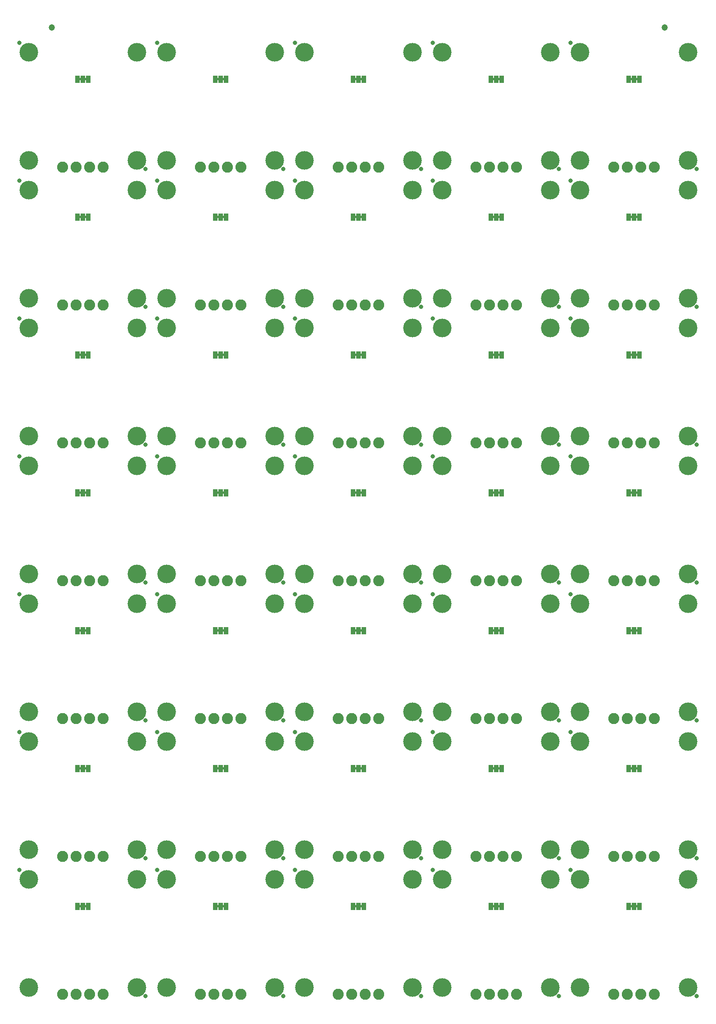
<source format=gbs>
G04 EAGLE Gerber RS-274X export*
G75*
%MOMM*%
%FSLAX34Y34*%
%LPD*%
%INSoldermask Bottom*%
%IPPOS*%
%AMOC8*
5,1,8,0,0,1.08239X$1,22.5*%
G01*
%ADD10C,3.505200*%
%ADD11C,0.838200*%
%ADD12R,0.863600X1.473200*%
%ADD13C,2.082800*%
%ADD14C,1.203200*%

G36*
X134050Y1730387D02*
X134050Y1730387D01*
X134116Y1730389D01*
X134159Y1730407D01*
X134206Y1730415D01*
X134263Y1730449D01*
X134323Y1730474D01*
X134358Y1730505D01*
X134399Y1730530D01*
X134441Y1730581D01*
X134489Y1730625D01*
X134511Y1730667D01*
X134540Y1730704D01*
X134561Y1730766D01*
X134592Y1730825D01*
X134600Y1730879D01*
X134612Y1730916D01*
X134611Y1730956D01*
X134619Y1731010D01*
X134619Y1733550D01*
X134608Y1733615D01*
X134606Y1733681D01*
X134588Y1733724D01*
X134580Y1733771D01*
X134546Y1733828D01*
X134521Y1733888D01*
X134490Y1733923D01*
X134465Y1733964D01*
X134414Y1734006D01*
X134370Y1734054D01*
X134328Y1734076D01*
X134291Y1734105D01*
X134229Y1734126D01*
X134170Y1734157D01*
X134116Y1734165D01*
X134079Y1734177D01*
X134039Y1734176D01*
X133985Y1734184D01*
X130175Y1734184D01*
X130110Y1734173D01*
X130044Y1734171D01*
X130001Y1734153D01*
X129954Y1734145D01*
X129897Y1734111D01*
X129837Y1734086D01*
X129802Y1734055D01*
X129761Y1734030D01*
X129720Y1733979D01*
X129671Y1733935D01*
X129649Y1733893D01*
X129620Y1733856D01*
X129599Y1733794D01*
X129568Y1733735D01*
X129560Y1733681D01*
X129548Y1733644D01*
X129548Y1733641D01*
X129549Y1733604D01*
X129541Y1733550D01*
X129541Y1731010D01*
X129552Y1730945D01*
X129554Y1730879D01*
X129572Y1730836D01*
X129580Y1730789D01*
X129614Y1730732D01*
X129639Y1730672D01*
X129670Y1730637D01*
X129695Y1730596D01*
X129746Y1730555D01*
X129790Y1730506D01*
X129832Y1730484D01*
X129869Y1730455D01*
X129931Y1730434D01*
X129990Y1730403D01*
X130044Y1730395D01*
X130081Y1730383D01*
X130121Y1730384D01*
X130175Y1730376D01*
X133985Y1730376D01*
X134050Y1730387D01*
G37*
G36*
X382970Y1730387D02*
X382970Y1730387D01*
X383036Y1730389D01*
X383079Y1730407D01*
X383126Y1730415D01*
X383183Y1730449D01*
X383243Y1730474D01*
X383278Y1730505D01*
X383319Y1730530D01*
X383361Y1730581D01*
X383409Y1730625D01*
X383431Y1730667D01*
X383460Y1730704D01*
X383481Y1730766D01*
X383512Y1730825D01*
X383520Y1730879D01*
X383532Y1730916D01*
X383531Y1730956D01*
X383539Y1731010D01*
X383539Y1733550D01*
X383528Y1733615D01*
X383526Y1733681D01*
X383508Y1733724D01*
X383500Y1733771D01*
X383466Y1733828D01*
X383441Y1733888D01*
X383410Y1733923D01*
X383385Y1733964D01*
X383334Y1734006D01*
X383290Y1734054D01*
X383248Y1734076D01*
X383211Y1734105D01*
X383149Y1734126D01*
X383090Y1734157D01*
X383036Y1734165D01*
X382999Y1734177D01*
X382959Y1734176D01*
X382905Y1734184D01*
X379095Y1734184D01*
X379030Y1734173D01*
X378964Y1734171D01*
X378921Y1734153D01*
X378874Y1734145D01*
X378817Y1734111D01*
X378757Y1734086D01*
X378722Y1734055D01*
X378681Y1734030D01*
X378640Y1733979D01*
X378591Y1733935D01*
X378569Y1733893D01*
X378540Y1733856D01*
X378519Y1733794D01*
X378488Y1733735D01*
X378480Y1733681D01*
X378468Y1733644D01*
X378468Y1733641D01*
X378469Y1733604D01*
X378461Y1733550D01*
X378461Y1731010D01*
X378472Y1730945D01*
X378474Y1730879D01*
X378492Y1730836D01*
X378500Y1730789D01*
X378534Y1730732D01*
X378559Y1730672D01*
X378590Y1730637D01*
X378615Y1730596D01*
X378666Y1730555D01*
X378710Y1730506D01*
X378752Y1730484D01*
X378789Y1730455D01*
X378851Y1730434D01*
X378910Y1730403D01*
X378964Y1730395D01*
X379001Y1730383D01*
X379041Y1730384D01*
X379095Y1730376D01*
X382905Y1730376D01*
X382970Y1730387D01*
G37*
G36*
X911290Y1730387D02*
X911290Y1730387D01*
X911356Y1730389D01*
X911399Y1730407D01*
X911446Y1730415D01*
X911503Y1730449D01*
X911563Y1730474D01*
X911598Y1730505D01*
X911639Y1730530D01*
X911681Y1730581D01*
X911729Y1730625D01*
X911751Y1730667D01*
X911780Y1730704D01*
X911801Y1730766D01*
X911832Y1730825D01*
X911840Y1730879D01*
X911852Y1730916D01*
X911851Y1730956D01*
X911859Y1731010D01*
X911859Y1733550D01*
X911848Y1733615D01*
X911846Y1733681D01*
X911828Y1733724D01*
X911820Y1733771D01*
X911786Y1733828D01*
X911761Y1733888D01*
X911730Y1733923D01*
X911705Y1733964D01*
X911654Y1734006D01*
X911610Y1734054D01*
X911568Y1734076D01*
X911531Y1734105D01*
X911469Y1734126D01*
X911410Y1734157D01*
X911356Y1734165D01*
X911319Y1734177D01*
X911279Y1734176D01*
X911225Y1734184D01*
X907415Y1734184D01*
X907350Y1734173D01*
X907284Y1734171D01*
X907241Y1734153D01*
X907194Y1734145D01*
X907137Y1734111D01*
X907077Y1734086D01*
X907042Y1734055D01*
X907001Y1734030D01*
X906960Y1733979D01*
X906911Y1733935D01*
X906889Y1733893D01*
X906860Y1733856D01*
X906839Y1733794D01*
X906808Y1733735D01*
X906800Y1733681D01*
X906788Y1733644D01*
X906788Y1733641D01*
X906789Y1733604D01*
X906781Y1733550D01*
X906781Y1731010D01*
X906792Y1730945D01*
X906794Y1730879D01*
X906812Y1730836D01*
X906820Y1730789D01*
X906854Y1730732D01*
X906879Y1730672D01*
X906910Y1730637D01*
X906935Y1730596D01*
X906986Y1730555D01*
X907030Y1730506D01*
X907072Y1730484D01*
X907109Y1730455D01*
X907171Y1730434D01*
X907230Y1730403D01*
X907284Y1730395D01*
X907321Y1730383D01*
X907361Y1730384D01*
X907415Y1730376D01*
X911225Y1730376D01*
X911290Y1730387D01*
G37*
G36*
X1170370Y1730387D02*
X1170370Y1730387D01*
X1170436Y1730389D01*
X1170479Y1730407D01*
X1170526Y1730415D01*
X1170583Y1730449D01*
X1170643Y1730474D01*
X1170678Y1730505D01*
X1170719Y1730530D01*
X1170761Y1730581D01*
X1170809Y1730625D01*
X1170831Y1730667D01*
X1170860Y1730704D01*
X1170881Y1730766D01*
X1170912Y1730825D01*
X1170920Y1730879D01*
X1170932Y1730916D01*
X1170931Y1730956D01*
X1170939Y1731010D01*
X1170939Y1733550D01*
X1170928Y1733615D01*
X1170926Y1733681D01*
X1170908Y1733724D01*
X1170900Y1733771D01*
X1170866Y1733828D01*
X1170841Y1733888D01*
X1170810Y1733923D01*
X1170785Y1733964D01*
X1170734Y1734006D01*
X1170690Y1734054D01*
X1170648Y1734076D01*
X1170611Y1734105D01*
X1170549Y1734126D01*
X1170490Y1734157D01*
X1170436Y1734165D01*
X1170399Y1734177D01*
X1170359Y1734176D01*
X1170305Y1734184D01*
X1166495Y1734184D01*
X1166430Y1734173D01*
X1166364Y1734171D01*
X1166321Y1734153D01*
X1166274Y1734145D01*
X1166217Y1734111D01*
X1166157Y1734086D01*
X1166122Y1734055D01*
X1166081Y1734030D01*
X1166040Y1733979D01*
X1165991Y1733935D01*
X1165969Y1733893D01*
X1165940Y1733856D01*
X1165919Y1733794D01*
X1165888Y1733735D01*
X1165880Y1733681D01*
X1165868Y1733644D01*
X1165868Y1733641D01*
X1165869Y1733604D01*
X1165861Y1733550D01*
X1165861Y1731010D01*
X1165872Y1730945D01*
X1165874Y1730879D01*
X1165892Y1730836D01*
X1165900Y1730789D01*
X1165934Y1730732D01*
X1165959Y1730672D01*
X1165990Y1730637D01*
X1166015Y1730596D01*
X1166066Y1730555D01*
X1166110Y1730506D01*
X1166152Y1730484D01*
X1166189Y1730455D01*
X1166251Y1730434D01*
X1166310Y1730403D01*
X1166364Y1730395D01*
X1166401Y1730383D01*
X1166441Y1730384D01*
X1166495Y1730376D01*
X1170305Y1730376D01*
X1170370Y1730387D01*
G37*
G36*
X652210Y1730387D02*
X652210Y1730387D01*
X652276Y1730389D01*
X652319Y1730407D01*
X652366Y1730415D01*
X652423Y1730449D01*
X652483Y1730474D01*
X652518Y1730505D01*
X652559Y1730530D01*
X652601Y1730581D01*
X652649Y1730625D01*
X652671Y1730667D01*
X652700Y1730704D01*
X652721Y1730766D01*
X652752Y1730825D01*
X652760Y1730879D01*
X652772Y1730916D01*
X652771Y1730956D01*
X652779Y1731010D01*
X652779Y1733550D01*
X652768Y1733615D01*
X652766Y1733681D01*
X652748Y1733724D01*
X652740Y1733771D01*
X652706Y1733828D01*
X652681Y1733888D01*
X652650Y1733923D01*
X652625Y1733964D01*
X652574Y1734006D01*
X652530Y1734054D01*
X652488Y1734076D01*
X652451Y1734105D01*
X652389Y1734126D01*
X652330Y1734157D01*
X652276Y1734165D01*
X652239Y1734177D01*
X652199Y1734176D01*
X652145Y1734184D01*
X648335Y1734184D01*
X648270Y1734173D01*
X648204Y1734171D01*
X648161Y1734153D01*
X648114Y1734145D01*
X648057Y1734111D01*
X647997Y1734086D01*
X647962Y1734055D01*
X647921Y1734030D01*
X647880Y1733979D01*
X647831Y1733935D01*
X647809Y1733893D01*
X647780Y1733856D01*
X647759Y1733794D01*
X647728Y1733735D01*
X647720Y1733681D01*
X647708Y1733644D01*
X647708Y1733641D01*
X647709Y1733604D01*
X647701Y1733550D01*
X647701Y1731010D01*
X647712Y1730945D01*
X647714Y1730879D01*
X647732Y1730836D01*
X647740Y1730789D01*
X647774Y1730732D01*
X647799Y1730672D01*
X647830Y1730637D01*
X647855Y1730596D01*
X647906Y1730555D01*
X647950Y1730506D01*
X647992Y1730484D01*
X648029Y1730455D01*
X648091Y1730434D01*
X648150Y1730403D01*
X648204Y1730395D01*
X648241Y1730383D01*
X648281Y1730384D01*
X648335Y1730376D01*
X652145Y1730376D01*
X652210Y1730387D01*
G37*
G36*
X393130Y1730387D02*
X393130Y1730387D01*
X393196Y1730389D01*
X393239Y1730407D01*
X393286Y1730415D01*
X393343Y1730449D01*
X393403Y1730474D01*
X393438Y1730505D01*
X393479Y1730530D01*
X393521Y1730581D01*
X393569Y1730625D01*
X393591Y1730667D01*
X393620Y1730704D01*
X393641Y1730766D01*
X393672Y1730825D01*
X393680Y1730879D01*
X393692Y1730916D01*
X393691Y1730956D01*
X393699Y1731010D01*
X393699Y1733550D01*
X393688Y1733615D01*
X393686Y1733681D01*
X393668Y1733724D01*
X393660Y1733771D01*
X393626Y1733828D01*
X393601Y1733888D01*
X393570Y1733923D01*
X393545Y1733964D01*
X393494Y1734006D01*
X393450Y1734054D01*
X393408Y1734076D01*
X393371Y1734105D01*
X393309Y1734126D01*
X393250Y1734157D01*
X393196Y1734165D01*
X393159Y1734177D01*
X393119Y1734176D01*
X393065Y1734184D01*
X389255Y1734184D01*
X389190Y1734173D01*
X389124Y1734171D01*
X389081Y1734153D01*
X389034Y1734145D01*
X388977Y1734111D01*
X388917Y1734086D01*
X388882Y1734055D01*
X388841Y1734030D01*
X388800Y1733979D01*
X388751Y1733935D01*
X388729Y1733893D01*
X388700Y1733856D01*
X388679Y1733794D01*
X388648Y1733735D01*
X388640Y1733681D01*
X388628Y1733644D01*
X388628Y1733641D01*
X388629Y1733604D01*
X388621Y1733550D01*
X388621Y1731010D01*
X388632Y1730945D01*
X388634Y1730879D01*
X388652Y1730836D01*
X388660Y1730789D01*
X388694Y1730732D01*
X388719Y1730672D01*
X388750Y1730637D01*
X388775Y1730596D01*
X388826Y1730555D01*
X388870Y1730506D01*
X388912Y1730484D01*
X388949Y1730455D01*
X389011Y1730434D01*
X389070Y1730403D01*
X389124Y1730395D01*
X389161Y1730383D01*
X389201Y1730384D01*
X389255Y1730376D01*
X393065Y1730376D01*
X393130Y1730387D01*
G37*
G36*
X1160210Y1730387D02*
X1160210Y1730387D01*
X1160276Y1730389D01*
X1160319Y1730407D01*
X1160366Y1730415D01*
X1160423Y1730449D01*
X1160483Y1730474D01*
X1160518Y1730505D01*
X1160559Y1730530D01*
X1160601Y1730581D01*
X1160649Y1730625D01*
X1160671Y1730667D01*
X1160700Y1730704D01*
X1160721Y1730766D01*
X1160752Y1730825D01*
X1160760Y1730879D01*
X1160772Y1730916D01*
X1160771Y1730956D01*
X1160779Y1731010D01*
X1160779Y1733550D01*
X1160768Y1733615D01*
X1160766Y1733681D01*
X1160748Y1733724D01*
X1160740Y1733771D01*
X1160706Y1733828D01*
X1160681Y1733888D01*
X1160650Y1733923D01*
X1160625Y1733964D01*
X1160574Y1734006D01*
X1160530Y1734054D01*
X1160488Y1734076D01*
X1160451Y1734105D01*
X1160389Y1734126D01*
X1160330Y1734157D01*
X1160276Y1734165D01*
X1160239Y1734177D01*
X1160199Y1734176D01*
X1160145Y1734184D01*
X1156335Y1734184D01*
X1156270Y1734173D01*
X1156204Y1734171D01*
X1156161Y1734153D01*
X1156114Y1734145D01*
X1156057Y1734111D01*
X1155997Y1734086D01*
X1155962Y1734055D01*
X1155921Y1734030D01*
X1155880Y1733979D01*
X1155831Y1733935D01*
X1155809Y1733893D01*
X1155780Y1733856D01*
X1155759Y1733794D01*
X1155728Y1733735D01*
X1155720Y1733681D01*
X1155708Y1733644D01*
X1155708Y1733641D01*
X1155709Y1733604D01*
X1155701Y1733550D01*
X1155701Y1731010D01*
X1155712Y1730945D01*
X1155714Y1730879D01*
X1155732Y1730836D01*
X1155740Y1730789D01*
X1155774Y1730732D01*
X1155799Y1730672D01*
X1155830Y1730637D01*
X1155855Y1730596D01*
X1155906Y1730555D01*
X1155950Y1730506D01*
X1155992Y1730484D01*
X1156029Y1730455D01*
X1156091Y1730434D01*
X1156150Y1730403D01*
X1156204Y1730395D01*
X1156241Y1730383D01*
X1156281Y1730384D01*
X1156335Y1730376D01*
X1160145Y1730376D01*
X1160210Y1730387D01*
G37*
G36*
X901130Y1730387D02*
X901130Y1730387D01*
X901196Y1730389D01*
X901239Y1730407D01*
X901286Y1730415D01*
X901343Y1730449D01*
X901403Y1730474D01*
X901438Y1730505D01*
X901479Y1730530D01*
X901521Y1730581D01*
X901569Y1730625D01*
X901591Y1730667D01*
X901620Y1730704D01*
X901641Y1730766D01*
X901672Y1730825D01*
X901680Y1730879D01*
X901692Y1730916D01*
X901691Y1730956D01*
X901699Y1731010D01*
X901699Y1733550D01*
X901688Y1733615D01*
X901686Y1733681D01*
X901668Y1733724D01*
X901660Y1733771D01*
X901626Y1733828D01*
X901601Y1733888D01*
X901570Y1733923D01*
X901545Y1733964D01*
X901494Y1734006D01*
X901450Y1734054D01*
X901408Y1734076D01*
X901371Y1734105D01*
X901309Y1734126D01*
X901250Y1734157D01*
X901196Y1734165D01*
X901159Y1734177D01*
X901119Y1734176D01*
X901065Y1734184D01*
X897255Y1734184D01*
X897190Y1734173D01*
X897124Y1734171D01*
X897081Y1734153D01*
X897034Y1734145D01*
X896977Y1734111D01*
X896917Y1734086D01*
X896882Y1734055D01*
X896841Y1734030D01*
X896800Y1733979D01*
X896751Y1733935D01*
X896729Y1733893D01*
X896700Y1733856D01*
X896679Y1733794D01*
X896648Y1733735D01*
X896640Y1733681D01*
X896628Y1733644D01*
X896628Y1733641D01*
X896629Y1733604D01*
X896621Y1733550D01*
X896621Y1731010D01*
X896632Y1730945D01*
X896634Y1730879D01*
X896652Y1730836D01*
X896660Y1730789D01*
X896694Y1730732D01*
X896719Y1730672D01*
X896750Y1730637D01*
X896775Y1730596D01*
X896826Y1730555D01*
X896870Y1730506D01*
X896912Y1730484D01*
X896949Y1730455D01*
X897011Y1730434D01*
X897070Y1730403D01*
X897124Y1730395D01*
X897161Y1730383D01*
X897201Y1730384D01*
X897255Y1730376D01*
X901065Y1730376D01*
X901130Y1730387D01*
G37*
G36*
X123890Y1730387D02*
X123890Y1730387D01*
X123956Y1730389D01*
X123999Y1730407D01*
X124046Y1730415D01*
X124103Y1730449D01*
X124163Y1730474D01*
X124198Y1730505D01*
X124239Y1730530D01*
X124281Y1730581D01*
X124329Y1730625D01*
X124351Y1730667D01*
X124380Y1730704D01*
X124401Y1730766D01*
X124432Y1730825D01*
X124440Y1730879D01*
X124452Y1730916D01*
X124451Y1730956D01*
X124459Y1731010D01*
X124459Y1733550D01*
X124448Y1733615D01*
X124446Y1733681D01*
X124428Y1733724D01*
X124420Y1733771D01*
X124386Y1733828D01*
X124361Y1733888D01*
X124330Y1733923D01*
X124305Y1733964D01*
X124254Y1734006D01*
X124210Y1734054D01*
X124168Y1734076D01*
X124131Y1734105D01*
X124069Y1734126D01*
X124010Y1734157D01*
X123956Y1734165D01*
X123919Y1734177D01*
X123879Y1734176D01*
X123825Y1734184D01*
X120015Y1734184D01*
X119950Y1734173D01*
X119884Y1734171D01*
X119841Y1734153D01*
X119794Y1734145D01*
X119737Y1734111D01*
X119677Y1734086D01*
X119642Y1734055D01*
X119601Y1734030D01*
X119560Y1733979D01*
X119511Y1733935D01*
X119489Y1733893D01*
X119460Y1733856D01*
X119439Y1733794D01*
X119408Y1733735D01*
X119400Y1733681D01*
X119388Y1733644D01*
X119388Y1733641D01*
X119389Y1733604D01*
X119381Y1733550D01*
X119381Y1731010D01*
X119392Y1730945D01*
X119394Y1730879D01*
X119412Y1730836D01*
X119420Y1730789D01*
X119454Y1730732D01*
X119479Y1730672D01*
X119510Y1730637D01*
X119535Y1730596D01*
X119586Y1730555D01*
X119630Y1730506D01*
X119672Y1730484D01*
X119709Y1730455D01*
X119771Y1730434D01*
X119830Y1730403D01*
X119884Y1730395D01*
X119921Y1730383D01*
X119961Y1730384D01*
X120015Y1730376D01*
X123825Y1730376D01*
X123890Y1730387D01*
G37*
G36*
X642050Y1730387D02*
X642050Y1730387D01*
X642116Y1730389D01*
X642159Y1730407D01*
X642206Y1730415D01*
X642263Y1730449D01*
X642323Y1730474D01*
X642358Y1730505D01*
X642399Y1730530D01*
X642441Y1730581D01*
X642489Y1730625D01*
X642511Y1730667D01*
X642540Y1730704D01*
X642561Y1730766D01*
X642592Y1730825D01*
X642600Y1730879D01*
X642612Y1730916D01*
X642611Y1730956D01*
X642619Y1731010D01*
X642619Y1733550D01*
X642608Y1733615D01*
X642606Y1733681D01*
X642588Y1733724D01*
X642580Y1733771D01*
X642546Y1733828D01*
X642521Y1733888D01*
X642490Y1733923D01*
X642465Y1733964D01*
X642414Y1734006D01*
X642370Y1734054D01*
X642328Y1734076D01*
X642291Y1734105D01*
X642229Y1734126D01*
X642170Y1734157D01*
X642116Y1734165D01*
X642079Y1734177D01*
X642039Y1734176D01*
X641985Y1734184D01*
X638175Y1734184D01*
X638110Y1734173D01*
X638044Y1734171D01*
X638001Y1734153D01*
X637954Y1734145D01*
X637897Y1734111D01*
X637837Y1734086D01*
X637802Y1734055D01*
X637761Y1734030D01*
X637720Y1733979D01*
X637671Y1733935D01*
X637649Y1733893D01*
X637620Y1733856D01*
X637599Y1733794D01*
X637568Y1733735D01*
X637560Y1733681D01*
X637548Y1733644D01*
X637548Y1733641D01*
X637549Y1733604D01*
X637541Y1733550D01*
X637541Y1731010D01*
X637552Y1730945D01*
X637554Y1730879D01*
X637572Y1730836D01*
X637580Y1730789D01*
X637614Y1730732D01*
X637639Y1730672D01*
X637670Y1730637D01*
X637695Y1730596D01*
X637746Y1730555D01*
X637790Y1730506D01*
X637832Y1730484D01*
X637869Y1730455D01*
X637931Y1730434D01*
X637990Y1730403D01*
X638044Y1730395D01*
X638081Y1730383D01*
X638121Y1730384D01*
X638175Y1730376D01*
X641985Y1730376D01*
X642050Y1730387D01*
G37*
G36*
X123890Y1471307D02*
X123890Y1471307D01*
X123956Y1471309D01*
X123999Y1471327D01*
X124046Y1471335D01*
X124103Y1471369D01*
X124163Y1471394D01*
X124198Y1471425D01*
X124239Y1471450D01*
X124281Y1471501D01*
X124329Y1471545D01*
X124351Y1471587D01*
X124380Y1471624D01*
X124401Y1471686D01*
X124432Y1471745D01*
X124440Y1471799D01*
X124452Y1471836D01*
X124451Y1471876D01*
X124459Y1471930D01*
X124459Y1474470D01*
X124448Y1474535D01*
X124446Y1474601D01*
X124428Y1474644D01*
X124420Y1474691D01*
X124386Y1474748D01*
X124361Y1474808D01*
X124330Y1474843D01*
X124305Y1474884D01*
X124254Y1474926D01*
X124210Y1474974D01*
X124168Y1474996D01*
X124131Y1475025D01*
X124069Y1475046D01*
X124010Y1475077D01*
X123956Y1475085D01*
X123919Y1475097D01*
X123879Y1475096D01*
X123825Y1475104D01*
X120015Y1475104D01*
X119950Y1475093D01*
X119884Y1475091D01*
X119841Y1475073D01*
X119794Y1475065D01*
X119737Y1475031D01*
X119677Y1475006D01*
X119642Y1474975D01*
X119601Y1474950D01*
X119560Y1474899D01*
X119511Y1474855D01*
X119489Y1474813D01*
X119460Y1474776D01*
X119439Y1474714D01*
X119408Y1474655D01*
X119400Y1474601D01*
X119388Y1474564D01*
X119388Y1474561D01*
X119389Y1474524D01*
X119381Y1474470D01*
X119381Y1471930D01*
X119392Y1471865D01*
X119394Y1471799D01*
X119412Y1471756D01*
X119420Y1471709D01*
X119454Y1471652D01*
X119479Y1471592D01*
X119510Y1471557D01*
X119535Y1471516D01*
X119586Y1471475D01*
X119630Y1471426D01*
X119672Y1471404D01*
X119709Y1471375D01*
X119771Y1471354D01*
X119830Y1471323D01*
X119884Y1471315D01*
X119921Y1471303D01*
X119961Y1471304D01*
X120015Y1471296D01*
X123825Y1471296D01*
X123890Y1471307D01*
G37*
G36*
X1170370Y1471307D02*
X1170370Y1471307D01*
X1170436Y1471309D01*
X1170479Y1471327D01*
X1170526Y1471335D01*
X1170583Y1471369D01*
X1170643Y1471394D01*
X1170678Y1471425D01*
X1170719Y1471450D01*
X1170761Y1471501D01*
X1170809Y1471545D01*
X1170831Y1471587D01*
X1170860Y1471624D01*
X1170881Y1471686D01*
X1170912Y1471745D01*
X1170920Y1471799D01*
X1170932Y1471836D01*
X1170931Y1471876D01*
X1170939Y1471930D01*
X1170939Y1474470D01*
X1170928Y1474535D01*
X1170926Y1474601D01*
X1170908Y1474644D01*
X1170900Y1474691D01*
X1170866Y1474748D01*
X1170841Y1474808D01*
X1170810Y1474843D01*
X1170785Y1474884D01*
X1170734Y1474926D01*
X1170690Y1474974D01*
X1170648Y1474996D01*
X1170611Y1475025D01*
X1170549Y1475046D01*
X1170490Y1475077D01*
X1170436Y1475085D01*
X1170399Y1475097D01*
X1170359Y1475096D01*
X1170305Y1475104D01*
X1166495Y1475104D01*
X1166430Y1475093D01*
X1166364Y1475091D01*
X1166321Y1475073D01*
X1166274Y1475065D01*
X1166217Y1475031D01*
X1166157Y1475006D01*
X1166122Y1474975D01*
X1166081Y1474950D01*
X1166040Y1474899D01*
X1165991Y1474855D01*
X1165969Y1474813D01*
X1165940Y1474776D01*
X1165919Y1474714D01*
X1165888Y1474655D01*
X1165880Y1474601D01*
X1165868Y1474564D01*
X1165868Y1474561D01*
X1165869Y1474524D01*
X1165861Y1474470D01*
X1165861Y1471930D01*
X1165872Y1471865D01*
X1165874Y1471799D01*
X1165892Y1471756D01*
X1165900Y1471709D01*
X1165934Y1471652D01*
X1165959Y1471592D01*
X1165990Y1471557D01*
X1166015Y1471516D01*
X1166066Y1471475D01*
X1166110Y1471426D01*
X1166152Y1471404D01*
X1166189Y1471375D01*
X1166251Y1471354D01*
X1166310Y1471323D01*
X1166364Y1471315D01*
X1166401Y1471303D01*
X1166441Y1471304D01*
X1166495Y1471296D01*
X1170305Y1471296D01*
X1170370Y1471307D01*
G37*
G36*
X642050Y1471307D02*
X642050Y1471307D01*
X642116Y1471309D01*
X642159Y1471327D01*
X642206Y1471335D01*
X642263Y1471369D01*
X642323Y1471394D01*
X642358Y1471425D01*
X642399Y1471450D01*
X642441Y1471501D01*
X642489Y1471545D01*
X642511Y1471587D01*
X642540Y1471624D01*
X642561Y1471686D01*
X642592Y1471745D01*
X642600Y1471799D01*
X642612Y1471836D01*
X642611Y1471876D01*
X642619Y1471930D01*
X642619Y1474470D01*
X642608Y1474535D01*
X642606Y1474601D01*
X642588Y1474644D01*
X642580Y1474691D01*
X642546Y1474748D01*
X642521Y1474808D01*
X642490Y1474843D01*
X642465Y1474884D01*
X642414Y1474926D01*
X642370Y1474974D01*
X642328Y1474996D01*
X642291Y1475025D01*
X642229Y1475046D01*
X642170Y1475077D01*
X642116Y1475085D01*
X642079Y1475097D01*
X642039Y1475096D01*
X641985Y1475104D01*
X638175Y1475104D01*
X638110Y1475093D01*
X638044Y1475091D01*
X638001Y1475073D01*
X637954Y1475065D01*
X637897Y1475031D01*
X637837Y1475006D01*
X637802Y1474975D01*
X637761Y1474950D01*
X637720Y1474899D01*
X637671Y1474855D01*
X637649Y1474813D01*
X637620Y1474776D01*
X637599Y1474714D01*
X637568Y1474655D01*
X637560Y1474601D01*
X637548Y1474564D01*
X637548Y1474561D01*
X637549Y1474524D01*
X637541Y1474470D01*
X637541Y1471930D01*
X637552Y1471865D01*
X637554Y1471799D01*
X637572Y1471756D01*
X637580Y1471709D01*
X637614Y1471652D01*
X637639Y1471592D01*
X637670Y1471557D01*
X637695Y1471516D01*
X637746Y1471475D01*
X637790Y1471426D01*
X637832Y1471404D01*
X637869Y1471375D01*
X637931Y1471354D01*
X637990Y1471323D01*
X638044Y1471315D01*
X638081Y1471303D01*
X638121Y1471304D01*
X638175Y1471296D01*
X641985Y1471296D01*
X642050Y1471307D01*
G37*
G36*
X652210Y1471307D02*
X652210Y1471307D01*
X652276Y1471309D01*
X652319Y1471327D01*
X652366Y1471335D01*
X652423Y1471369D01*
X652483Y1471394D01*
X652518Y1471425D01*
X652559Y1471450D01*
X652601Y1471501D01*
X652649Y1471545D01*
X652671Y1471587D01*
X652700Y1471624D01*
X652721Y1471686D01*
X652752Y1471745D01*
X652760Y1471799D01*
X652772Y1471836D01*
X652771Y1471876D01*
X652779Y1471930D01*
X652779Y1474470D01*
X652768Y1474535D01*
X652766Y1474601D01*
X652748Y1474644D01*
X652740Y1474691D01*
X652706Y1474748D01*
X652681Y1474808D01*
X652650Y1474843D01*
X652625Y1474884D01*
X652574Y1474926D01*
X652530Y1474974D01*
X652488Y1474996D01*
X652451Y1475025D01*
X652389Y1475046D01*
X652330Y1475077D01*
X652276Y1475085D01*
X652239Y1475097D01*
X652199Y1475096D01*
X652145Y1475104D01*
X648335Y1475104D01*
X648270Y1475093D01*
X648204Y1475091D01*
X648161Y1475073D01*
X648114Y1475065D01*
X648057Y1475031D01*
X647997Y1475006D01*
X647962Y1474975D01*
X647921Y1474950D01*
X647880Y1474899D01*
X647831Y1474855D01*
X647809Y1474813D01*
X647780Y1474776D01*
X647759Y1474714D01*
X647728Y1474655D01*
X647720Y1474601D01*
X647708Y1474564D01*
X647708Y1474561D01*
X647709Y1474524D01*
X647701Y1474470D01*
X647701Y1471930D01*
X647712Y1471865D01*
X647714Y1471799D01*
X647732Y1471756D01*
X647740Y1471709D01*
X647774Y1471652D01*
X647799Y1471592D01*
X647830Y1471557D01*
X647855Y1471516D01*
X647906Y1471475D01*
X647950Y1471426D01*
X647992Y1471404D01*
X648029Y1471375D01*
X648091Y1471354D01*
X648150Y1471323D01*
X648204Y1471315D01*
X648241Y1471303D01*
X648281Y1471304D01*
X648335Y1471296D01*
X652145Y1471296D01*
X652210Y1471307D01*
G37*
G36*
X382970Y1471307D02*
X382970Y1471307D01*
X383036Y1471309D01*
X383079Y1471327D01*
X383126Y1471335D01*
X383183Y1471369D01*
X383243Y1471394D01*
X383278Y1471425D01*
X383319Y1471450D01*
X383361Y1471501D01*
X383409Y1471545D01*
X383431Y1471587D01*
X383460Y1471624D01*
X383481Y1471686D01*
X383512Y1471745D01*
X383520Y1471799D01*
X383532Y1471836D01*
X383531Y1471876D01*
X383539Y1471930D01*
X383539Y1474470D01*
X383528Y1474535D01*
X383526Y1474601D01*
X383508Y1474644D01*
X383500Y1474691D01*
X383466Y1474748D01*
X383441Y1474808D01*
X383410Y1474843D01*
X383385Y1474884D01*
X383334Y1474926D01*
X383290Y1474974D01*
X383248Y1474996D01*
X383211Y1475025D01*
X383149Y1475046D01*
X383090Y1475077D01*
X383036Y1475085D01*
X382999Y1475097D01*
X382959Y1475096D01*
X382905Y1475104D01*
X379095Y1475104D01*
X379030Y1475093D01*
X378964Y1475091D01*
X378921Y1475073D01*
X378874Y1475065D01*
X378817Y1475031D01*
X378757Y1475006D01*
X378722Y1474975D01*
X378681Y1474950D01*
X378640Y1474899D01*
X378591Y1474855D01*
X378569Y1474813D01*
X378540Y1474776D01*
X378519Y1474714D01*
X378488Y1474655D01*
X378480Y1474601D01*
X378468Y1474564D01*
X378468Y1474561D01*
X378469Y1474524D01*
X378461Y1474470D01*
X378461Y1471930D01*
X378472Y1471865D01*
X378474Y1471799D01*
X378492Y1471756D01*
X378500Y1471709D01*
X378534Y1471652D01*
X378559Y1471592D01*
X378590Y1471557D01*
X378615Y1471516D01*
X378666Y1471475D01*
X378710Y1471426D01*
X378752Y1471404D01*
X378789Y1471375D01*
X378851Y1471354D01*
X378910Y1471323D01*
X378964Y1471315D01*
X379001Y1471303D01*
X379041Y1471304D01*
X379095Y1471296D01*
X382905Y1471296D01*
X382970Y1471307D01*
G37*
G36*
X911290Y1471307D02*
X911290Y1471307D01*
X911356Y1471309D01*
X911399Y1471327D01*
X911446Y1471335D01*
X911503Y1471369D01*
X911563Y1471394D01*
X911598Y1471425D01*
X911639Y1471450D01*
X911681Y1471501D01*
X911729Y1471545D01*
X911751Y1471587D01*
X911780Y1471624D01*
X911801Y1471686D01*
X911832Y1471745D01*
X911840Y1471799D01*
X911852Y1471836D01*
X911851Y1471876D01*
X911859Y1471930D01*
X911859Y1474470D01*
X911848Y1474535D01*
X911846Y1474601D01*
X911828Y1474644D01*
X911820Y1474691D01*
X911786Y1474748D01*
X911761Y1474808D01*
X911730Y1474843D01*
X911705Y1474884D01*
X911654Y1474926D01*
X911610Y1474974D01*
X911568Y1474996D01*
X911531Y1475025D01*
X911469Y1475046D01*
X911410Y1475077D01*
X911356Y1475085D01*
X911319Y1475097D01*
X911279Y1475096D01*
X911225Y1475104D01*
X907415Y1475104D01*
X907350Y1475093D01*
X907284Y1475091D01*
X907241Y1475073D01*
X907194Y1475065D01*
X907137Y1475031D01*
X907077Y1475006D01*
X907042Y1474975D01*
X907001Y1474950D01*
X906960Y1474899D01*
X906911Y1474855D01*
X906889Y1474813D01*
X906860Y1474776D01*
X906839Y1474714D01*
X906808Y1474655D01*
X906800Y1474601D01*
X906788Y1474564D01*
X906788Y1474561D01*
X906789Y1474524D01*
X906781Y1474470D01*
X906781Y1471930D01*
X906792Y1471865D01*
X906794Y1471799D01*
X906812Y1471756D01*
X906820Y1471709D01*
X906854Y1471652D01*
X906879Y1471592D01*
X906910Y1471557D01*
X906935Y1471516D01*
X906986Y1471475D01*
X907030Y1471426D01*
X907072Y1471404D01*
X907109Y1471375D01*
X907171Y1471354D01*
X907230Y1471323D01*
X907284Y1471315D01*
X907321Y1471303D01*
X907361Y1471304D01*
X907415Y1471296D01*
X911225Y1471296D01*
X911290Y1471307D01*
G37*
G36*
X901130Y1471307D02*
X901130Y1471307D01*
X901196Y1471309D01*
X901239Y1471327D01*
X901286Y1471335D01*
X901343Y1471369D01*
X901403Y1471394D01*
X901438Y1471425D01*
X901479Y1471450D01*
X901521Y1471501D01*
X901569Y1471545D01*
X901591Y1471587D01*
X901620Y1471624D01*
X901641Y1471686D01*
X901672Y1471745D01*
X901680Y1471799D01*
X901692Y1471836D01*
X901691Y1471876D01*
X901699Y1471930D01*
X901699Y1474470D01*
X901688Y1474535D01*
X901686Y1474601D01*
X901668Y1474644D01*
X901660Y1474691D01*
X901626Y1474748D01*
X901601Y1474808D01*
X901570Y1474843D01*
X901545Y1474884D01*
X901494Y1474926D01*
X901450Y1474974D01*
X901408Y1474996D01*
X901371Y1475025D01*
X901309Y1475046D01*
X901250Y1475077D01*
X901196Y1475085D01*
X901159Y1475097D01*
X901119Y1475096D01*
X901065Y1475104D01*
X897255Y1475104D01*
X897190Y1475093D01*
X897124Y1475091D01*
X897081Y1475073D01*
X897034Y1475065D01*
X896977Y1475031D01*
X896917Y1475006D01*
X896882Y1474975D01*
X896841Y1474950D01*
X896800Y1474899D01*
X896751Y1474855D01*
X896729Y1474813D01*
X896700Y1474776D01*
X896679Y1474714D01*
X896648Y1474655D01*
X896640Y1474601D01*
X896628Y1474564D01*
X896628Y1474561D01*
X896629Y1474524D01*
X896621Y1474470D01*
X896621Y1471930D01*
X896632Y1471865D01*
X896634Y1471799D01*
X896652Y1471756D01*
X896660Y1471709D01*
X896694Y1471652D01*
X896719Y1471592D01*
X896750Y1471557D01*
X896775Y1471516D01*
X896826Y1471475D01*
X896870Y1471426D01*
X896912Y1471404D01*
X896949Y1471375D01*
X897011Y1471354D01*
X897070Y1471323D01*
X897124Y1471315D01*
X897161Y1471303D01*
X897201Y1471304D01*
X897255Y1471296D01*
X901065Y1471296D01*
X901130Y1471307D01*
G37*
G36*
X1160210Y1471307D02*
X1160210Y1471307D01*
X1160276Y1471309D01*
X1160319Y1471327D01*
X1160366Y1471335D01*
X1160423Y1471369D01*
X1160483Y1471394D01*
X1160518Y1471425D01*
X1160559Y1471450D01*
X1160601Y1471501D01*
X1160649Y1471545D01*
X1160671Y1471587D01*
X1160700Y1471624D01*
X1160721Y1471686D01*
X1160752Y1471745D01*
X1160760Y1471799D01*
X1160772Y1471836D01*
X1160771Y1471876D01*
X1160779Y1471930D01*
X1160779Y1474470D01*
X1160768Y1474535D01*
X1160766Y1474601D01*
X1160748Y1474644D01*
X1160740Y1474691D01*
X1160706Y1474748D01*
X1160681Y1474808D01*
X1160650Y1474843D01*
X1160625Y1474884D01*
X1160574Y1474926D01*
X1160530Y1474974D01*
X1160488Y1474996D01*
X1160451Y1475025D01*
X1160389Y1475046D01*
X1160330Y1475077D01*
X1160276Y1475085D01*
X1160239Y1475097D01*
X1160199Y1475096D01*
X1160145Y1475104D01*
X1156335Y1475104D01*
X1156270Y1475093D01*
X1156204Y1475091D01*
X1156161Y1475073D01*
X1156114Y1475065D01*
X1156057Y1475031D01*
X1155997Y1475006D01*
X1155962Y1474975D01*
X1155921Y1474950D01*
X1155880Y1474899D01*
X1155831Y1474855D01*
X1155809Y1474813D01*
X1155780Y1474776D01*
X1155759Y1474714D01*
X1155728Y1474655D01*
X1155720Y1474601D01*
X1155708Y1474564D01*
X1155708Y1474561D01*
X1155709Y1474524D01*
X1155701Y1474470D01*
X1155701Y1471930D01*
X1155712Y1471865D01*
X1155714Y1471799D01*
X1155732Y1471756D01*
X1155740Y1471709D01*
X1155774Y1471652D01*
X1155799Y1471592D01*
X1155830Y1471557D01*
X1155855Y1471516D01*
X1155906Y1471475D01*
X1155950Y1471426D01*
X1155992Y1471404D01*
X1156029Y1471375D01*
X1156091Y1471354D01*
X1156150Y1471323D01*
X1156204Y1471315D01*
X1156241Y1471303D01*
X1156281Y1471304D01*
X1156335Y1471296D01*
X1160145Y1471296D01*
X1160210Y1471307D01*
G37*
G36*
X134050Y1471307D02*
X134050Y1471307D01*
X134116Y1471309D01*
X134159Y1471327D01*
X134206Y1471335D01*
X134263Y1471369D01*
X134323Y1471394D01*
X134358Y1471425D01*
X134399Y1471450D01*
X134441Y1471501D01*
X134489Y1471545D01*
X134511Y1471587D01*
X134540Y1471624D01*
X134561Y1471686D01*
X134592Y1471745D01*
X134600Y1471799D01*
X134612Y1471836D01*
X134611Y1471876D01*
X134619Y1471930D01*
X134619Y1474470D01*
X134608Y1474535D01*
X134606Y1474601D01*
X134588Y1474644D01*
X134580Y1474691D01*
X134546Y1474748D01*
X134521Y1474808D01*
X134490Y1474843D01*
X134465Y1474884D01*
X134414Y1474926D01*
X134370Y1474974D01*
X134328Y1474996D01*
X134291Y1475025D01*
X134229Y1475046D01*
X134170Y1475077D01*
X134116Y1475085D01*
X134079Y1475097D01*
X134039Y1475096D01*
X133985Y1475104D01*
X130175Y1475104D01*
X130110Y1475093D01*
X130044Y1475091D01*
X130001Y1475073D01*
X129954Y1475065D01*
X129897Y1475031D01*
X129837Y1475006D01*
X129802Y1474975D01*
X129761Y1474950D01*
X129720Y1474899D01*
X129671Y1474855D01*
X129649Y1474813D01*
X129620Y1474776D01*
X129599Y1474714D01*
X129568Y1474655D01*
X129560Y1474601D01*
X129548Y1474564D01*
X129548Y1474561D01*
X129549Y1474524D01*
X129541Y1474470D01*
X129541Y1471930D01*
X129552Y1471865D01*
X129554Y1471799D01*
X129572Y1471756D01*
X129580Y1471709D01*
X129614Y1471652D01*
X129639Y1471592D01*
X129670Y1471557D01*
X129695Y1471516D01*
X129746Y1471475D01*
X129790Y1471426D01*
X129832Y1471404D01*
X129869Y1471375D01*
X129931Y1471354D01*
X129990Y1471323D01*
X130044Y1471315D01*
X130081Y1471303D01*
X130121Y1471304D01*
X130175Y1471296D01*
X133985Y1471296D01*
X134050Y1471307D01*
G37*
G36*
X393130Y1471307D02*
X393130Y1471307D01*
X393196Y1471309D01*
X393239Y1471327D01*
X393286Y1471335D01*
X393343Y1471369D01*
X393403Y1471394D01*
X393438Y1471425D01*
X393479Y1471450D01*
X393521Y1471501D01*
X393569Y1471545D01*
X393591Y1471587D01*
X393620Y1471624D01*
X393641Y1471686D01*
X393672Y1471745D01*
X393680Y1471799D01*
X393692Y1471836D01*
X393691Y1471876D01*
X393699Y1471930D01*
X393699Y1474470D01*
X393688Y1474535D01*
X393686Y1474601D01*
X393668Y1474644D01*
X393660Y1474691D01*
X393626Y1474748D01*
X393601Y1474808D01*
X393570Y1474843D01*
X393545Y1474884D01*
X393494Y1474926D01*
X393450Y1474974D01*
X393408Y1474996D01*
X393371Y1475025D01*
X393309Y1475046D01*
X393250Y1475077D01*
X393196Y1475085D01*
X393159Y1475097D01*
X393119Y1475096D01*
X393065Y1475104D01*
X389255Y1475104D01*
X389190Y1475093D01*
X389124Y1475091D01*
X389081Y1475073D01*
X389034Y1475065D01*
X388977Y1475031D01*
X388917Y1475006D01*
X388882Y1474975D01*
X388841Y1474950D01*
X388800Y1474899D01*
X388751Y1474855D01*
X388729Y1474813D01*
X388700Y1474776D01*
X388679Y1474714D01*
X388648Y1474655D01*
X388640Y1474601D01*
X388628Y1474564D01*
X388628Y1474561D01*
X388629Y1474524D01*
X388621Y1474470D01*
X388621Y1471930D01*
X388632Y1471865D01*
X388634Y1471799D01*
X388652Y1471756D01*
X388660Y1471709D01*
X388694Y1471652D01*
X388719Y1471592D01*
X388750Y1471557D01*
X388775Y1471516D01*
X388826Y1471475D01*
X388870Y1471426D01*
X388912Y1471404D01*
X388949Y1471375D01*
X389011Y1471354D01*
X389070Y1471323D01*
X389124Y1471315D01*
X389161Y1471303D01*
X389201Y1471304D01*
X389255Y1471296D01*
X393065Y1471296D01*
X393130Y1471307D01*
G37*
G36*
X1160210Y694067D02*
X1160210Y694067D01*
X1160276Y694069D01*
X1160319Y694087D01*
X1160366Y694095D01*
X1160423Y694129D01*
X1160483Y694154D01*
X1160518Y694185D01*
X1160559Y694210D01*
X1160601Y694261D01*
X1160649Y694305D01*
X1160671Y694347D01*
X1160700Y694384D01*
X1160721Y694446D01*
X1160752Y694505D01*
X1160760Y694559D01*
X1160772Y694596D01*
X1160771Y694636D01*
X1160779Y694690D01*
X1160779Y697230D01*
X1160768Y697295D01*
X1160766Y697361D01*
X1160748Y697404D01*
X1160740Y697451D01*
X1160706Y697508D01*
X1160681Y697568D01*
X1160650Y697603D01*
X1160625Y697644D01*
X1160574Y697686D01*
X1160530Y697734D01*
X1160488Y697756D01*
X1160451Y697785D01*
X1160389Y697806D01*
X1160330Y697837D01*
X1160276Y697845D01*
X1160239Y697857D01*
X1160199Y697856D01*
X1160145Y697864D01*
X1156335Y697864D01*
X1156270Y697853D01*
X1156204Y697851D01*
X1156161Y697833D01*
X1156114Y697825D01*
X1156057Y697791D01*
X1155997Y697766D01*
X1155962Y697735D01*
X1155921Y697710D01*
X1155880Y697659D01*
X1155831Y697615D01*
X1155809Y697573D01*
X1155780Y697536D01*
X1155759Y697474D01*
X1155728Y697415D01*
X1155720Y697361D01*
X1155708Y697324D01*
X1155708Y697321D01*
X1155709Y697284D01*
X1155701Y697230D01*
X1155701Y694690D01*
X1155712Y694625D01*
X1155714Y694559D01*
X1155732Y694516D01*
X1155740Y694469D01*
X1155774Y694412D01*
X1155799Y694352D01*
X1155830Y694317D01*
X1155855Y694276D01*
X1155906Y694235D01*
X1155950Y694186D01*
X1155992Y694164D01*
X1156029Y694135D01*
X1156091Y694114D01*
X1156150Y694083D01*
X1156204Y694075D01*
X1156241Y694063D01*
X1156281Y694064D01*
X1156335Y694056D01*
X1160145Y694056D01*
X1160210Y694067D01*
G37*
G36*
X652210Y694067D02*
X652210Y694067D01*
X652276Y694069D01*
X652319Y694087D01*
X652366Y694095D01*
X652423Y694129D01*
X652483Y694154D01*
X652518Y694185D01*
X652559Y694210D01*
X652601Y694261D01*
X652649Y694305D01*
X652671Y694347D01*
X652700Y694384D01*
X652721Y694446D01*
X652752Y694505D01*
X652760Y694559D01*
X652772Y694596D01*
X652771Y694636D01*
X652779Y694690D01*
X652779Y697230D01*
X652768Y697295D01*
X652766Y697361D01*
X652748Y697404D01*
X652740Y697451D01*
X652706Y697508D01*
X652681Y697568D01*
X652650Y697603D01*
X652625Y697644D01*
X652574Y697686D01*
X652530Y697734D01*
X652488Y697756D01*
X652451Y697785D01*
X652389Y697806D01*
X652330Y697837D01*
X652276Y697845D01*
X652239Y697857D01*
X652199Y697856D01*
X652145Y697864D01*
X648335Y697864D01*
X648270Y697853D01*
X648204Y697851D01*
X648161Y697833D01*
X648114Y697825D01*
X648057Y697791D01*
X647997Y697766D01*
X647962Y697735D01*
X647921Y697710D01*
X647880Y697659D01*
X647831Y697615D01*
X647809Y697573D01*
X647780Y697536D01*
X647759Y697474D01*
X647728Y697415D01*
X647720Y697361D01*
X647708Y697324D01*
X647708Y697321D01*
X647709Y697284D01*
X647701Y697230D01*
X647701Y694690D01*
X647712Y694625D01*
X647714Y694559D01*
X647732Y694516D01*
X647740Y694469D01*
X647774Y694412D01*
X647799Y694352D01*
X647830Y694317D01*
X647855Y694276D01*
X647906Y694235D01*
X647950Y694186D01*
X647992Y694164D01*
X648029Y694135D01*
X648091Y694114D01*
X648150Y694083D01*
X648204Y694075D01*
X648241Y694063D01*
X648281Y694064D01*
X648335Y694056D01*
X652145Y694056D01*
X652210Y694067D01*
G37*
G36*
X393130Y694067D02*
X393130Y694067D01*
X393196Y694069D01*
X393239Y694087D01*
X393286Y694095D01*
X393343Y694129D01*
X393403Y694154D01*
X393438Y694185D01*
X393479Y694210D01*
X393521Y694261D01*
X393569Y694305D01*
X393591Y694347D01*
X393620Y694384D01*
X393641Y694446D01*
X393672Y694505D01*
X393680Y694559D01*
X393692Y694596D01*
X393691Y694636D01*
X393699Y694690D01*
X393699Y697230D01*
X393688Y697295D01*
X393686Y697361D01*
X393668Y697404D01*
X393660Y697451D01*
X393626Y697508D01*
X393601Y697568D01*
X393570Y697603D01*
X393545Y697644D01*
X393494Y697686D01*
X393450Y697734D01*
X393408Y697756D01*
X393371Y697785D01*
X393309Y697806D01*
X393250Y697837D01*
X393196Y697845D01*
X393159Y697857D01*
X393119Y697856D01*
X393065Y697864D01*
X389255Y697864D01*
X389190Y697853D01*
X389124Y697851D01*
X389081Y697833D01*
X389034Y697825D01*
X388977Y697791D01*
X388917Y697766D01*
X388882Y697735D01*
X388841Y697710D01*
X388800Y697659D01*
X388751Y697615D01*
X388729Y697573D01*
X388700Y697536D01*
X388679Y697474D01*
X388648Y697415D01*
X388640Y697361D01*
X388628Y697324D01*
X388628Y697321D01*
X388629Y697284D01*
X388621Y697230D01*
X388621Y694690D01*
X388632Y694625D01*
X388634Y694559D01*
X388652Y694516D01*
X388660Y694469D01*
X388694Y694412D01*
X388719Y694352D01*
X388750Y694317D01*
X388775Y694276D01*
X388826Y694235D01*
X388870Y694186D01*
X388912Y694164D01*
X388949Y694135D01*
X389011Y694114D01*
X389070Y694083D01*
X389124Y694075D01*
X389161Y694063D01*
X389201Y694064D01*
X389255Y694056D01*
X393065Y694056D01*
X393130Y694067D01*
G37*
G36*
X382970Y694067D02*
X382970Y694067D01*
X383036Y694069D01*
X383079Y694087D01*
X383126Y694095D01*
X383183Y694129D01*
X383243Y694154D01*
X383278Y694185D01*
X383319Y694210D01*
X383361Y694261D01*
X383409Y694305D01*
X383431Y694347D01*
X383460Y694384D01*
X383481Y694446D01*
X383512Y694505D01*
X383520Y694559D01*
X383532Y694596D01*
X383531Y694636D01*
X383539Y694690D01*
X383539Y697230D01*
X383528Y697295D01*
X383526Y697361D01*
X383508Y697404D01*
X383500Y697451D01*
X383466Y697508D01*
X383441Y697568D01*
X383410Y697603D01*
X383385Y697644D01*
X383334Y697686D01*
X383290Y697734D01*
X383248Y697756D01*
X383211Y697785D01*
X383149Y697806D01*
X383090Y697837D01*
X383036Y697845D01*
X382999Y697857D01*
X382959Y697856D01*
X382905Y697864D01*
X379095Y697864D01*
X379030Y697853D01*
X378964Y697851D01*
X378921Y697833D01*
X378874Y697825D01*
X378817Y697791D01*
X378757Y697766D01*
X378722Y697735D01*
X378681Y697710D01*
X378640Y697659D01*
X378591Y697615D01*
X378569Y697573D01*
X378540Y697536D01*
X378519Y697474D01*
X378488Y697415D01*
X378480Y697361D01*
X378468Y697324D01*
X378468Y697321D01*
X378469Y697284D01*
X378461Y697230D01*
X378461Y694690D01*
X378472Y694625D01*
X378474Y694559D01*
X378492Y694516D01*
X378500Y694469D01*
X378534Y694412D01*
X378559Y694352D01*
X378590Y694317D01*
X378615Y694276D01*
X378666Y694235D01*
X378710Y694186D01*
X378752Y694164D01*
X378789Y694135D01*
X378851Y694114D01*
X378910Y694083D01*
X378964Y694075D01*
X379001Y694063D01*
X379041Y694064D01*
X379095Y694056D01*
X382905Y694056D01*
X382970Y694067D01*
G37*
G36*
X901130Y694067D02*
X901130Y694067D01*
X901196Y694069D01*
X901239Y694087D01*
X901286Y694095D01*
X901343Y694129D01*
X901403Y694154D01*
X901438Y694185D01*
X901479Y694210D01*
X901521Y694261D01*
X901569Y694305D01*
X901591Y694347D01*
X901620Y694384D01*
X901641Y694446D01*
X901672Y694505D01*
X901680Y694559D01*
X901692Y694596D01*
X901691Y694636D01*
X901699Y694690D01*
X901699Y697230D01*
X901688Y697295D01*
X901686Y697361D01*
X901668Y697404D01*
X901660Y697451D01*
X901626Y697508D01*
X901601Y697568D01*
X901570Y697603D01*
X901545Y697644D01*
X901494Y697686D01*
X901450Y697734D01*
X901408Y697756D01*
X901371Y697785D01*
X901309Y697806D01*
X901250Y697837D01*
X901196Y697845D01*
X901159Y697857D01*
X901119Y697856D01*
X901065Y697864D01*
X897255Y697864D01*
X897190Y697853D01*
X897124Y697851D01*
X897081Y697833D01*
X897034Y697825D01*
X896977Y697791D01*
X896917Y697766D01*
X896882Y697735D01*
X896841Y697710D01*
X896800Y697659D01*
X896751Y697615D01*
X896729Y697573D01*
X896700Y697536D01*
X896679Y697474D01*
X896648Y697415D01*
X896640Y697361D01*
X896628Y697324D01*
X896628Y697321D01*
X896629Y697284D01*
X896621Y697230D01*
X896621Y694690D01*
X896632Y694625D01*
X896634Y694559D01*
X896652Y694516D01*
X896660Y694469D01*
X896694Y694412D01*
X896719Y694352D01*
X896750Y694317D01*
X896775Y694276D01*
X896826Y694235D01*
X896870Y694186D01*
X896912Y694164D01*
X896949Y694135D01*
X897011Y694114D01*
X897070Y694083D01*
X897124Y694075D01*
X897161Y694063D01*
X897201Y694064D01*
X897255Y694056D01*
X901065Y694056D01*
X901130Y694067D01*
G37*
G36*
X911290Y694067D02*
X911290Y694067D01*
X911356Y694069D01*
X911399Y694087D01*
X911446Y694095D01*
X911503Y694129D01*
X911563Y694154D01*
X911598Y694185D01*
X911639Y694210D01*
X911681Y694261D01*
X911729Y694305D01*
X911751Y694347D01*
X911780Y694384D01*
X911801Y694446D01*
X911832Y694505D01*
X911840Y694559D01*
X911852Y694596D01*
X911851Y694636D01*
X911859Y694690D01*
X911859Y697230D01*
X911848Y697295D01*
X911846Y697361D01*
X911828Y697404D01*
X911820Y697451D01*
X911786Y697508D01*
X911761Y697568D01*
X911730Y697603D01*
X911705Y697644D01*
X911654Y697686D01*
X911610Y697734D01*
X911568Y697756D01*
X911531Y697785D01*
X911469Y697806D01*
X911410Y697837D01*
X911356Y697845D01*
X911319Y697857D01*
X911279Y697856D01*
X911225Y697864D01*
X907415Y697864D01*
X907350Y697853D01*
X907284Y697851D01*
X907241Y697833D01*
X907194Y697825D01*
X907137Y697791D01*
X907077Y697766D01*
X907042Y697735D01*
X907001Y697710D01*
X906960Y697659D01*
X906911Y697615D01*
X906889Y697573D01*
X906860Y697536D01*
X906839Y697474D01*
X906808Y697415D01*
X906800Y697361D01*
X906788Y697324D01*
X906788Y697321D01*
X906789Y697284D01*
X906781Y697230D01*
X906781Y694690D01*
X906792Y694625D01*
X906794Y694559D01*
X906812Y694516D01*
X906820Y694469D01*
X906854Y694412D01*
X906879Y694352D01*
X906910Y694317D01*
X906935Y694276D01*
X906986Y694235D01*
X907030Y694186D01*
X907072Y694164D01*
X907109Y694135D01*
X907171Y694114D01*
X907230Y694083D01*
X907284Y694075D01*
X907321Y694063D01*
X907361Y694064D01*
X907415Y694056D01*
X911225Y694056D01*
X911290Y694067D01*
G37*
G36*
X1170370Y694067D02*
X1170370Y694067D01*
X1170436Y694069D01*
X1170479Y694087D01*
X1170526Y694095D01*
X1170583Y694129D01*
X1170643Y694154D01*
X1170678Y694185D01*
X1170719Y694210D01*
X1170761Y694261D01*
X1170809Y694305D01*
X1170831Y694347D01*
X1170860Y694384D01*
X1170881Y694446D01*
X1170912Y694505D01*
X1170920Y694559D01*
X1170932Y694596D01*
X1170931Y694636D01*
X1170939Y694690D01*
X1170939Y697230D01*
X1170928Y697295D01*
X1170926Y697361D01*
X1170908Y697404D01*
X1170900Y697451D01*
X1170866Y697508D01*
X1170841Y697568D01*
X1170810Y697603D01*
X1170785Y697644D01*
X1170734Y697686D01*
X1170690Y697734D01*
X1170648Y697756D01*
X1170611Y697785D01*
X1170549Y697806D01*
X1170490Y697837D01*
X1170436Y697845D01*
X1170399Y697857D01*
X1170359Y697856D01*
X1170305Y697864D01*
X1166495Y697864D01*
X1166430Y697853D01*
X1166364Y697851D01*
X1166321Y697833D01*
X1166274Y697825D01*
X1166217Y697791D01*
X1166157Y697766D01*
X1166122Y697735D01*
X1166081Y697710D01*
X1166040Y697659D01*
X1165991Y697615D01*
X1165969Y697573D01*
X1165940Y697536D01*
X1165919Y697474D01*
X1165888Y697415D01*
X1165880Y697361D01*
X1165868Y697324D01*
X1165868Y697321D01*
X1165869Y697284D01*
X1165861Y697230D01*
X1165861Y694690D01*
X1165872Y694625D01*
X1165874Y694559D01*
X1165892Y694516D01*
X1165900Y694469D01*
X1165934Y694412D01*
X1165959Y694352D01*
X1165990Y694317D01*
X1166015Y694276D01*
X1166066Y694235D01*
X1166110Y694186D01*
X1166152Y694164D01*
X1166189Y694135D01*
X1166251Y694114D01*
X1166310Y694083D01*
X1166364Y694075D01*
X1166401Y694063D01*
X1166441Y694064D01*
X1166495Y694056D01*
X1170305Y694056D01*
X1170370Y694067D01*
G37*
G36*
X123890Y694067D02*
X123890Y694067D01*
X123956Y694069D01*
X123999Y694087D01*
X124046Y694095D01*
X124103Y694129D01*
X124163Y694154D01*
X124198Y694185D01*
X124239Y694210D01*
X124281Y694261D01*
X124329Y694305D01*
X124351Y694347D01*
X124380Y694384D01*
X124401Y694446D01*
X124432Y694505D01*
X124440Y694559D01*
X124452Y694596D01*
X124451Y694636D01*
X124459Y694690D01*
X124459Y697230D01*
X124448Y697295D01*
X124446Y697361D01*
X124428Y697404D01*
X124420Y697451D01*
X124386Y697508D01*
X124361Y697568D01*
X124330Y697603D01*
X124305Y697644D01*
X124254Y697686D01*
X124210Y697734D01*
X124168Y697756D01*
X124131Y697785D01*
X124069Y697806D01*
X124010Y697837D01*
X123956Y697845D01*
X123919Y697857D01*
X123879Y697856D01*
X123825Y697864D01*
X120015Y697864D01*
X119950Y697853D01*
X119884Y697851D01*
X119841Y697833D01*
X119794Y697825D01*
X119737Y697791D01*
X119677Y697766D01*
X119642Y697735D01*
X119601Y697710D01*
X119560Y697659D01*
X119511Y697615D01*
X119489Y697573D01*
X119460Y697536D01*
X119439Y697474D01*
X119408Y697415D01*
X119400Y697361D01*
X119388Y697324D01*
X119388Y697321D01*
X119389Y697284D01*
X119381Y697230D01*
X119381Y694690D01*
X119392Y694625D01*
X119394Y694559D01*
X119412Y694516D01*
X119420Y694469D01*
X119454Y694412D01*
X119479Y694352D01*
X119510Y694317D01*
X119535Y694276D01*
X119586Y694235D01*
X119630Y694186D01*
X119672Y694164D01*
X119709Y694135D01*
X119771Y694114D01*
X119830Y694083D01*
X119884Y694075D01*
X119921Y694063D01*
X119961Y694064D01*
X120015Y694056D01*
X123825Y694056D01*
X123890Y694067D01*
G37*
G36*
X642050Y694067D02*
X642050Y694067D01*
X642116Y694069D01*
X642159Y694087D01*
X642206Y694095D01*
X642263Y694129D01*
X642323Y694154D01*
X642358Y694185D01*
X642399Y694210D01*
X642441Y694261D01*
X642489Y694305D01*
X642511Y694347D01*
X642540Y694384D01*
X642561Y694446D01*
X642592Y694505D01*
X642600Y694559D01*
X642612Y694596D01*
X642611Y694636D01*
X642619Y694690D01*
X642619Y697230D01*
X642608Y697295D01*
X642606Y697361D01*
X642588Y697404D01*
X642580Y697451D01*
X642546Y697508D01*
X642521Y697568D01*
X642490Y697603D01*
X642465Y697644D01*
X642414Y697686D01*
X642370Y697734D01*
X642328Y697756D01*
X642291Y697785D01*
X642229Y697806D01*
X642170Y697837D01*
X642116Y697845D01*
X642079Y697857D01*
X642039Y697856D01*
X641985Y697864D01*
X638175Y697864D01*
X638110Y697853D01*
X638044Y697851D01*
X638001Y697833D01*
X637954Y697825D01*
X637897Y697791D01*
X637837Y697766D01*
X637802Y697735D01*
X637761Y697710D01*
X637720Y697659D01*
X637671Y697615D01*
X637649Y697573D01*
X637620Y697536D01*
X637599Y697474D01*
X637568Y697415D01*
X637560Y697361D01*
X637548Y697324D01*
X637548Y697321D01*
X637549Y697284D01*
X637541Y697230D01*
X637541Y694690D01*
X637552Y694625D01*
X637554Y694559D01*
X637572Y694516D01*
X637580Y694469D01*
X637614Y694412D01*
X637639Y694352D01*
X637670Y694317D01*
X637695Y694276D01*
X637746Y694235D01*
X637790Y694186D01*
X637832Y694164D01*
X637869Y694135D01*
X637931Y694114D01*
X637990Y694083D01*
X638044Y694075D01*
X638081Y694063D01*
X638121Y694064D01*
X638175Y694056D01*
X641985Y694056D01*
X642050Y694067D01*
G37*
G36*
X134050Y694067D02*
X134050Y694067D01*
X134116Y694069D01*
X134159Y694087D01*
X134206Y694095D01*
X134263Y694129D01*
X134323Y694154D01*
X134358Y694185D01*
X134399Y694210D01*
X134441Y694261D01*
X134489Y694305D01*
X134511Y694347D01*
X134540Y694384D01*
X134561Y694446D01*
X134592Y694505D01*
X134600Y694559D01*
X134612Y694596D01*
X134611Y694636D01*
X134619Y694690D01*
X134619Y697230D01*
X134608Y697295D01*
X134606Y697361D01*
X134588Y697404D01*
X134580Y697451D01*
X134546Y697508D01*
X134521Y697568D01*
X134490Y697603D01*
X134465Y697644D01*
X134414Y697686D01*
X134370Y697734D01*
X134328Y697756D01*
X134291Y697785D01*
X134229Y697806D01*
X134170Y697837D01*
X134116Y697845D01*
X134079Y697857D01*
X134039Y697856D01*
X133985Y697864D01*
X130175Y697864D01*
X130110Y697853D01*
X130044Y697851D01*
X130001Y697833D01*
X129954Y697825D01*
X129897Y697791D01*
X129837Y697766D01*
X129802Y697735D01*
X129761Y697710D01*
X129720Y697659D01*
X129671Y697615D01*
X129649Y697573D01*
X129620Y697536D01*
X129599Y697474D01*
X129568Y697415D01*
X129560Y697361D01*
X129548Y697324D01*
X129548Y697321D01*
X129549Y697284D01*
X129541Y697230D01*
X129541Y694690D01*
X129552Y694625D01*
X129554Y694559D01*
X129572Y694516D01*
X129580Y694469D01*
X129614Y694412D01*
X129639Y694352D01*
X129670Y694317D01*
X129695Y694276D01*
X129746Y694235D01*
X129790Y694186D01*
X129832Y694164D01*
X129869Y694135D01*
X129931Y694114D01*
X129990Y694083D01*
X130044Y694075D01*
X130081Y694063D01*
X130121Y694064D01*
X130175Y694056D01*
X133985Y694056D01*
X134050Y694067D01*
G37*
G36*
X901130Y953147D02*
X901130Y953147D01*
X901196Y953149D01*
X901239Y953167D01*
X901286Y953175D01*
X901343Y953209D01*
X901403Y953234D01*
X901438Y953265D01*
X901479Y953290D01*
X901521Y953341D01*
X901569Y953385D01*
X901591Y953427D01*
X901620Y953464D01*
X901641Y953526D01*
X901672Y953585D01*
X901680Y953639D01*
X901692Y953676D01*
X901691Y953716D01*
X901699Y953770D01*
X901699Y956310D01*
X901688Y956375D01*
X901686Y956441D01*
X901668Y956484D01*
X901660Y956531D01*
X901626Y956588D01*
X901601Y956648D01*
X901570Y956683D01*
X901545Y956724D01*
X901494Y956766D01*
X901450Y956814D01*
X901408Y956836D01*
X901371Y956865D01*
X901309Y956886D01*
X901250Y956917D01*
X901196Y956925D01*
X901159Y956937D01*
X901119Y956936D01*
X901065Y956944D01*
X897255Y956944D01*
X897190Y956933D01*
X897124Y956931D01*
X897081Y956913D01*
X897034Y956905D01*
X896977Y956871D01*
X896917Y956846D01*
X896882Y956815D01*
X896841Y956790D01*
X896800Y956739D01*
X896751Y956695D01*
X896729Y956653D01*
X896700Y956616D01*
X896679Y956554D01*
X896648Y956495D01*
X896640Y956441D01*
X896628Y956404D01*
X896628Y956401D01*
X896629Y956364D01*
X896621Y956310D01*
X896621Y953770D01*
X896632Y953705D01*
X896634Y953639D01*
X896652Y953596D01*
X896660Y953549D01*
X896694Y953492D01*
X896719Y953432D01*
X896750Y953397D01*
X896775Y953356D01*
X896826Y953315D01*
X896870Y953266D01*
X896912Y953244D01*
X896949Y953215D01*
X897011Y953194D01*
X897070Y953163D01*
X897124Y953155D01*
X897161Y953143D01*
X897201Y953144D01*
X897255Y953136D01*
X901065Y953136D01*
X901130Y953147D01*
G37*
G36*
X911290Y953147D02*
X911290Y953147D01*
X911356Y953149D01*
X911399Y953167D01*
X911446Y953175D01*
X911503Y953209D01*
X911563Y953234D01*
X911598Y953265D01*
X911639Y953290D01*
X911681Y953341D01*
X911729Y953385D01*
X911751Y953427D01*
X911780Y953464D01*
X911801Y953526D01*
X911832Y953585D01*
X911840Y953639D01*
X911852Y953676D01*
X911851Y953716D01*
X911859Y953770D01*
X911859Y956310D01*
X911848Y956375D01*
X911846Y956441D01*
X911828Y956484D01*
X911820Y956531D01*
X911786Y956588D01*
X911761Y956648D01*
X911730Y956683D01*
X911705Y956724D01*
X911654Y956766D01*
X911610Y956814D01*
X911568Y956836D01*
X911531Y956865D01*
X911469Y956886D01*
X911410Y956917D01*
X911356Y956925D01*
X911319Y956937D01*
X911279Y956936D01*
X911225Y956944D01*
X907415Y956944D01*
X907350Y956933D01*
X907284Y956931D01*
X907241Y956913D01*
X907194Y956905D01*
X907137Y956871D01*
X907077Y956846D01*
X907042Y956815D01*
X907001Y956790D01*
X906960Y956739D01*
X906911Y956695D01*
X906889Y956653D01*
X906860Y956616D01*
X906839Y956554D01*
X906808Y956495D01*
X906800Y956441D01*
X906788Y956404D01*
X906788Y956401D01*
X906789Y956364D01*
X906781Y956310D01*
X906781Y953770D01*
X906792Y953705D01*
X906794Y953639D01*
X906812Y953596D01*
X906820Y953549D01*
X906854Y953492D01*
X906879Y953432D01*
X906910Y953397D01*
X906935Y953356D01*
X906986Y953315D01*
X907030Y953266D01*
X907072Y953244D01*
X907109Y953215D01*
X907171Y953194D01*
X907230Y953163D01*
X907284Y953155D01*
X907321Y953143D01*
X907361Y953144D01*
X907415Y953136D01*
X911225Y953136D01*
X911290Y953147D01*
G37*
G36*
X1170370Y953147D02*
X1170370Y953147D01*
X1170436Y953149D01*
X1170479Y953167D01*
X1170526Y953175D01*
X1170583Y953209D01*
X1170643Y953234D01*
X1170678Y953265D01*
X1170719Y953290D01*
X1170761Y953341D01*
X1170809Y953385D01*
X1170831Y953427D01*
X1170860Y953464D01*
X1170881Y953526D01*
X1170912Y953585D01*
X1170920Y953639D01*
X1170932Y953676D01*
X1170931Y953716D01*
X1170939Y953770D01*
X1170939Y956310D01*
X1170928Y956375D01*
X1170926Y956441D01*
X1170908Y956484D01*
X1170900Y956531D01*
X1170866Y956588D01*
X1170841Y956648D01*
X1170810Y956683D01*
X1170785Y956724D01*
X1170734Y956766D01*
X1170690Y956814D01*
X1170648Y956836D01*
X1170611Y956865D01*
X1170549Y956886D01*
X1170490Y956917D01*
X1170436Y956925D01*
X1170399Y956937D01*
X1170359Y956936D01*
X1170305Y956944D01*
X1166495Y956944D01*
X1166430Y956933D01*
X1166364Y956931D01*
X1166321Y956913D01*
X1166274Y956905D01*
X1166217Y956871D01*
X1166157Y956846D01*
X1166122Y956815D01*
X1166081Y956790D01*
X1166040Y956739D01*
X1165991Y956695D01*
X1165969Y956653D01*
X1165940Y956616D01*
X1165919Y956554D01*
X1165888Y956495D01*
X1165880Y956441D01*
X1165868Y956404D01*
X1165868Y956401D01*
X1165869Y956364D01*
X1165861Y956310D01*
X1165861Y953770D01*
X1165872Y953705D01*
X1165874Y953639D01*
X1165892Y953596D01*
X1165900Y953549D01*
X1165934Y953492D01*
X1165959Y953432D01*
X1165990Y953397D01*
X1166015Y953356D01*
X1166066Y953315D01*
X1166110Y953266D01*
X1166152Y953244D01*
X1166189Y953215D01*
X1166251Y953194D01*
X1166310Y953163D01*
X1166364Y953155D01*
X1166401Y953143D01*
X1166441Y953144D01*
X1166495Y953136D01*
X1170305Y953136D01*
X1170370Y953147D01*
G37*
G36*
X1160210Y953147D02*
X1160210Y953147D01*
X1160276Y953149D01*
X1160319Y953167D01*
X1160366Y953175D01*
X1160423Y953209D01*
X1160483Y953234D01*
X1160518Y953265D01*
X1160559Y953290D01*
X1160601Y953341D01*
X1160649Y953385D01*
X1160671Y953427D01*
X1160700Y953464D01*
X1160721Y953526D01*
X1160752Y953585D01*
X1160760Y953639D01*
X1160772Y953676D01*
X1160771Y953716D01*
X1160779Y953770D01*
X1160779Y956310D01*
X1160768Y956375D01*
X1160766Y956441D01*
X1160748Y956484D01*
X1160740Y956531D01*
X1160706Y956588D01*
X1160681Y956648D01*
X1160650Y956683D01*
X1160625Y956724D01*
X1160574Y956766D01*
X1160530Y956814D01*
X1160488Y956836D01*
X1160451Y956865D01*
X1160389Y956886D01*
X1160330Y956917D01*
X1160276Y956925D01*
X1160239Y956937D01*
X1160199Y956936D01*
X1160145Y956944D01*
X1156335Y956944D01*
X1156270Y956933D01*
X1156204Y956931D01*
X1156161Y956913D01*
X1156114Y956905D01*
X1156057Y956871D01*
X1155997Y956846D01*
X1155962Y956815D01*
X1155921Y956790D01*
X1155880Y956739D01*
X1155831Y956695D01*
X1155809Y956653D01*
X1155780Y956616D01*
X1155759Y956554D01*
X1155728Y956495D01*
X1155720Y956441D01*
X1155708Y956404D01*
X1155708Y956401D01*
X1155709Y956364D01*
X1155701Y956310D01*
X1155701Y953770D01*
X1155712Y953705D01*
X1155714Y953639D01*
X1155732Y953596D01*
X1155740Y953549D01*
X1155774Y953492D01*
X1155799Y953432D01*
X1155830Y953397D01*
X1155855Y953356D01*
X1155906Y953315D01*
X1155950Y953266D01*
X1155992Y953244D01*
X1156029Y953215D01*
X1156091Y953194D01*
X1156150Y953163D01*
X1156204Y953155D01*
X1156241Y953143D01*
X1156281Y953144D01*
X1156335Y953136D01*
X1160145Y953136D01*
X1160210Y953147D01*
G37*
G36*
X123890Y953147D02*
X123890Y953147D01*
X123956Y953149D01*
X123999Y953167D01*
X124046Y953175D01*
X124103Y953209D01*
X124163Y953234D01*
X124198Y953265D01*
X124239Y953290D01*
X124281Y953341D01*
X124329Y953385D01*
X124351Y953427D01*
X124380Y953464D01*
X124401Y953526D01*
X124432Y953585D01*
X124440Y953639D01*
X124452Y953676D01*
X124451Y953716D01*
X124459Y953770D01*
X124459Y956310D01*
X124448Y956375D01*
X124446Y956441D01*
X124428Y956484D01*
X124420Y956531D01*
X124386Y956588D01*
X124361Y956648D01*
X124330Y956683D01*
X124305Y956724D01*
X124254Y956766D01*
X124210Y956814D01*
X124168Y956836D01*
X124131Y956865D01*
X124069Y956886D01*
X124010Y956917D01*
X123956Y956925D01*
X123919Y956937D01*
X123879Y956936D01*
X123825Y956944D01*
X120015Y956944D01*
X119950Y956933D01*
X119884Y956931D01*
X119841Y956913D01*
X119794Y956905D01*
X119737Y956871D01*
X119677Y956846D01*
X119642Y956815D01*
X119601Y956790D01*
X119560Y956739D01*
X119511Y956695D01*
X119489Y956653D01*
X119460Y956616D01*
X119439Y956554D01*
X119408Y956495D01*
X119400Y956441D01*
X119388Y956404D01*
X119388Y956401D01*
X119389Y956364D01*
X119381Y956310D01*
X119381Y953770D01*
X119392Y953705D01*
X119394Y953639D01*
X119412Y953596D01*
X119420Y953549D01*
X119454Y953492D01*
X119479Y953432D01*
X119510Y953397D01*
X119535Y953356D01*
X119586Y953315D01*
X119630Y953266D01*
X119672Y953244D01*
X119709Y953215D01*
X119771Y953194D01*
X119830Y953163D01*
X119884Y953155D01*
X119921Y953143D01*
X119961Y953144D01*
X120015Y953136D01*
X123825Y953136D01*
X123890Y953147D01*
G37*
G36*
X1160210Y1212227D02*
X1160210Y1212227D01*
X1160276Y1212229D01*
X1160319Y1212247D01*
X1160366Y1212255D01*
X1160423Y1212289D01*
X1160483Y1212314D01*
X1160518Y1212345D01*
X1160559Y1212370D01*
X1160601Y1212421D01*
X1160649Y1212465D01*
X1160671Y1212507D01*
X1160700Y1212544D01*
X1160721Y1212606D01*
X1160752Y1212665D01*
X1160760Y1212719D01*
X1160772Y1212756D01*
X1160771Y1212796D01*
X1160779Y1212850D01*
X1160779Y1215390D01*
X1160768Y1215455D01*
X1160766Y1215521D01*
X1160748Y1215564D01*
X1160740Y1215611D01*
X1160706Y1215668D01*
X1160681Y1215728D01*
X1160650Y1215763D01*
X1160625Y1215804D01*
X1160574Y1215846D01*
X1160530Y1215894D01*
X1160488Y1215916D01*
X1160451Y1215945D01*
X1160389Y1215966D01*
X1160330Y1215997D01*
X1160276Y1216005D01*
X1160239Y1216017D01*
X1160199Y1216016D01*
X1160145Y1216024D01*
X1156335Y1216024D01*
X1156270Y1216013D01*
X1156204Y1216011D01*
X1156161Y1215993D01*
X1156114Y1215985D01*
X1156057Y1215951D01*
X1155997Y1215926D01*
X1155962Y1215895D01*
X1155921Y1215870D01*
X1155880Y1215819D01*
X1155831Y1215775D01*
X1155809Y1215733D01*
X1155780Y1215696D01*
X1155759Y1215634D01*
X1155728Y1215575D01*
X1155720Y1215521D01*
X1155708Y1215484D01*
X1155708Y1215481D01*
X1155709Y1215444D01*
X1155701Y1215390D01*
X1155701Y1212850D01*
X1155712Y1212785D01*
X1155714Y1212719D01*
X1155732Y1212676D01*
X1155740Y1212629D01*
X1155774Y1212572D01*
X1155799Y1212512D01*
X1155830Y1212477D01*
X1155855Y1212436D01*
X1155906Y1212395D01*
X1155950Y1212346D01*
X1155992Y1212324D01*
X1156029Y1212295D01*
X1156091Y1212274D01*
X1156150Y1212243D01*
X1156204Y1212235D01*
X1156241Y1212223D01*
X1156281Y1212224D01*
X1156335Y1212216D01*
X1160145Y1212216D01*
X1160210Y1212227D01*
G37*
G36*
X393130Y953147D02*
X393130Y953147D01*
X393196Y953149D01*
X393239Y953167D01*
X393286Y953175D01*
X393343Y953209D01*
X393403Y953234D01*
X393438Y953265D01*
X393479Y953290D01*
X393521Y953341D01*
X393569Y953385D01*
X393591Y953427D01*
X393620Y953464D01*
X393641Y953526D01*
X393672Y953585D01*
X393680Y953639D01*
X393692Y953676D01*
X393691Y953716D01*
X393699Y953770D01*
X393699Y956310D01*
X393688Y956375D01*
X393686Y956441D01*
X393668Y956484D01*
X393660Y956531D01*
X393626Y956588D01*
X393601Y956648D01*
X393570Y956683D01*
X393545Y956724D01*
X393494Y956766D01*
X393450Y956814D01*
X393408Y956836D01*
X393371Y956865D01*
X393309Y956886D01*
X393250Y956917D01*
X393196Y956925D01*
X393159Y956937D01*
X393119Y956936D01*
X393065Y956944D01*
X389255Y956944D01*
X389190Y956933D01*
X389124Y956931D01*
X389081Y956913D01*
X389034Y956905D01*
X388977Y956871D01*
X388917Y956846D01*
X388882Y956815D01*
X388841Y956790D01*
X388800Y956739D01*
X388751Y956695D01*
X388729Y956653D01*
X388700Y956616D01*
X388679Y956554D01*
X388648Y956495D01*
X388640Y956441D01*
X388628Y956404D01*
X388628Y956401D01*
X388629Y956364D01*
X388621Y956310D01*
X388621Y953770D01*
X388632Y953705D01*
X388634Y953639D01*
X388652Y953596D01*
X388660Y953549D01*
X388694Y953492D01*
X388719Y953432D01*
X388750Y953397D01*
X388775Y953356D01*
X388826Y953315D01*
X388870Y953266D01*
X388912Y953244D01*
X388949Y953215D01*
X389011Y953194D01*
X389070Y953163D01*
X389124Y953155D01*
X389161Y953143D01*
X389201Y953144D01*
X389255Y953136D01*
X393065Y953136D01*
X393130Y953147D01*
G37*
G36*
X642050Y953147D02*
X642050Y953147D01*
X642116Y953149D01*
X642159Y953167D01*
X642206Y953175D01*
X642263Y953209D01*
X642323Y953234D01*
X642358Y953265D01*
X642399Y953290D01*
X642441Y953341D01*
X642489Y953385D01*
X642511Y953427D01*
X642540Y953464D01*
X642561Y953526D01*
X642592Y953585D01*
X642600Y953639D01*
X642612Y953676D01*
X642611Y953716D01*
X642619Y953770D01*
X642619Y956310D01*
X642608Y956375D01*
X642606Y956441D01*
X642588Y956484D01*
X642580Y956531D01*
X642546Y956588D01*
X642521Y956648D01*
X642490Y956683D01*
X642465Y956724D01*
X642414Y956766D01*
X642370Y956814D01*
X642328Y956836D01*
X642291Y956865D01*
X642229Y956886D01*
X642170Y956917D01*
X642116Y956925D01*
X642079Y956937D01*
X642039Y956936D01*
X641985Y956944D01*
X638175Y956944D01*
X638110Y956933D01*
X638044Y956931D01*
X638001Y956913D01*
X637954Y956905D01*
X637897Y956871D01*
X637837Y956846D01*
X637802Y956815D01*
X637761Y956790D01*
X637720Y956739D01*
X637671Y956695D01*
X637649Y956653D01*
X637620Y956616D01*
X637599Y956554D01*
X637568Y956495D01*
X637560Y956441D01*
X637548Y956404D01*
X637548Y956401D01*
X637549Y956364D01*
X637541Y956310D01*
X637541Y953770D01*
X637552Y953705D01*
X637554Y953639D01*
X637572Y953596D01*
X637580Y953549D01*
X637614Y953492D01*
X637639Y953432D01*
X637670Y953397D01*
X637695Y953356D01*
X637746Y953315D01*
X637790Y953266D01*
X637832Y953244D01*
X637869Y953215D01*
X637931Y953194D01*
X637990Y953163D01*
X638044Y953155D01*
X638081Y953143D01*
X638121Y953144D01*
X638175Y953136D01*
X641985Y953136D01*
X642050Y953147D01*
G37*
G36*
X382970Y953147D02*
X382970Y953147D01*
X383036Y953149D01*
X383079Y953167D01*
X383126Y953175D01*
X383183Y953209D01*
X383243Y953234D01*
X383278Y953265D01*
X383319Y953290D01*
X383361Y953341D01*
X383409Y953385D01*
X383431Y953427D01*
X383460Y953464D01*
X383481Y953526D01*
X383512Y953585D01*
X383520Y953639D01*
X383532Y953676D01*
X383531Y953716D01*
X383539Y953770D01*
X383539Y956310D01*
X383528Y956375D01*
X383526Y956441D01*
X383508Y956484D01*
X383500Y956531D01*
X383466Y956588D01*
X383441Y956648D01*
X383410Y956683D01*
X383385Y956724D01*
X383334Y956766D01*
X383290Y956814D01*
X383248Y956836D01*
X383211Y956865D01*
X383149Y956886D01*
X383090Y956917D01*
X383036Y956925D01*
X382999Y956937D01*
X382959Y956936D01*
X382905Y956944D01*
X379095Y956944D01*
X379030Y956933D01*
X378964Y956931D01*
X378921Y956913D01*
X378874Y956905D01*
X378817Y956871D01*
X378757Y956846D01*
X378722Y956815D01*
X378681Y956790D01*
X378640Y956739D01*
X378591Y956695D01*
X378569Y956653D01*
X378540Y956616D01*
X378519Y956554D01*
X378488Y956495D01*
X378480Y956441D01*
X378468Y956404D01*
X378468Y956401D01*
X378469Y956364D01*
X378461Y956310D01*
X378461Y953770D01*
X378472Y953705D01*
X378474Y953639D01*
X378492Y953596D01*
X378500Y953549D01*
X378534Y953492D01*
X378559Y953432D01*
X378590Y953397D01*
X378615Y953356D01*
X378666Y953315D01*
X378710Y953266D01*
X378752Y953244D01*
X378789Y953215D01*
X378851Y953194D01*
X378910Y953163D01*
X378964Y953155D01*
X379001Y953143D01*
X379041Y953144D01*
X379095Y953136D01*
X382905Y953136D01*
X382970Y953147D01*
G37*
G36*
X652210Y953147D02*
X652210Y953147D01*
X652276Y953149D01*
X652319Y953167D01*
X652366Y953175D01*
X652423Y953209D01*
X652483Y953234D01*
X652518Y953265D01*
X652559Y953290D01*
X652601Y953341D01*
X652649Y953385D01*
X652671Y953427D01*
X652700Y953464D01*
X652721Y953526D01*
X652752Y953585D01*
X652760Y953639D01*
X652772Y953676D01*
X652771Y953716D01*
X652779Y953770D01*
X652779Y956310D01*
X652768Y956375D01*
X652766Y956441D01*
X652748Y956484D01*
X652740Y956531D01*
X652706Y956588D01*
X652681Y956648D01*
X652650Y956683D01*
X652625Y956724D01*
X652574Y956766D01*
X652530Y956814D01*
X652488Y956836D01*
X652451Y956865D01*
X652389Y956886D01*
X652330Y956917D01*
X652276Y956925D01*
X652239Y956937D01*
X652199Y956936D01*
X652145Y956944D01*
X648335Y956944D01*
X648270Y956933D01*
X648204Y956931D01*
X648161Y956913D01*
X648114Y956905D01*
X648057Y956871D01*
X647997Y956846D01*
X647962Y956815D01*
X647921Y956790D01*
X647880Y956739D01*
X647831Y956695D01*
X647809Y956653D01*
X647780Y956616D01*
X647759Y956554D01*
X647728Y956495D01*
X647720Y956441D01*
X647708Y956404D01*
X647708Y956401D01*
X647709Y956364D01*
X647701Y956310D01*
X647701Y953770D01*
X647712Y953705D01*
X647714Y953639D01*
X647732Y953596D01*
X647740Y953549D01*
X647774Y953492D01*
X647799Y953432D01*
X647830Y953397D01*
X647855Y953356D01*
X647906Y953315D01*
X647950Y953266D01*
X647992Y953244D01*
X648029Y953215D01*
X648091Y953194D01*
X648150Y953163D01*
X648204Y953155D01*
X648241Y953143D01*
X648281Y953144D01*
X648335Y953136D01*
X652145Y953136D01*
X652210Y953147D01*
G37*
G36*
X901130Y1212227D02*
X901130Y1212227D01*
X901196Y1212229D01*
X901239Y1212247D01*
X901286Y1212255D01*
X901343Y1212289D01*
X901403Y1212314D01*
X901438Y1212345D01*
X901479Y1212370D01*
X901521Y1212421D01*
X901569Y1212465D01*
X901591Y1212507D01*
X901620Y1212544D01*
X901641Y1212606D01*
X901672Y1212665D01*
X901680Y1212719D01*
X901692Y1212756D01*
X901691Y1212796D01*
X901699Y1212850D01*
X901699Y1215390D01*
X901688Y1215455D01*
X901686Y1215521D01*
X901668Y1215564D01*
X901660Y1215611D01*
X901626Y1215668D01*
X901601Y1215728D01*
X901570Y1215763D01*
X901545Y1215804D01*
X901494Y1215846D01*
X901450Y1215894D01*
X901408Y1215916D01*
X901371Y1215945D01*
X901309Y1215966D01*
X901250Y1215997D01*
X901196Y1216005D01*
X901159Y1216017D01*
X901119Y1216016D01*
X901065Y1216024D01*
X897255Y1216024D01*
X897190Y1216013D01*
X897124Y1216011D01*
X897081Y1215993D01*
X897034Y1215985D01*
X896977Y1215951D01*
X896917Y1215926D01*
X896882Y1215895D01*
X896841Y1215870D01*
X896800Y1215819D01*
X896751Y1215775D01*
X896729Y1215733D01*
X896700Y1215696D01*
X896679Y1215634D01*
X896648Y1215575D01*
X896640Y1215521D01*
X896628Y1215484D01*
X896628Y1215481D01*
X896629Y1215444D01*
X896621Y1215390D01*
X896621Y1212850D01*
X896632Y1212785D01*
X896634Y1212719D01*
X896652Y1212676D01*
X896660Y1212629D01*
X896694Y1212572D01*
X896719Y1212512D01*
X896750Y1212477D01*
X896775Y1212436D01*
X896826Y1212395D01*
X896870Y1212346D01*
X896912Y1212324D01*
X896949Y1212295D01*
X897011Y1212274D01*
X897070Y1212243D01*
X897124Y1212235D01*
X897161Y1212223D01*
X897201Y1212224D01*
X897255Y1212216D01*
X901065Y1212216D01*
X901130Y1212227D01*
G37*
G36*
X123890Y1212227D02*
X123890Y1212227D01*
X123956Y1212229D01*
X123999Y1212247D01*
X124046Y1212255D01*
X124103Y1212289D01*
X124163Y1212314D01*
X124198Y1212345D01*
X124239Y1212370D01*
X124281Y1212421D01*
X124329Y1212465D01*
X124351Y1212507D01*
X124380Y1212544D01*
X124401Y1212606D01*
X124432Y1212665D01*
X124440Y1212719D01*
X124452Y1212756D01*
X124451Y1212796D01*
X124459Y1212850D01*
X124459Y1215390D01*
X124448Y1215455D01*
X124446Y1215521D01*
X124428Y1215564D01*
X124420Y1215611D01*
X124386Y1215668D01*
X124361Y1215728D01*
X124330Y1215763D01*
X124305Y1215804D01*
X124254Y1215846D01*
X124210Y1215894D01*
X124168Y1215916D01*
X124131Y1215945D01*
X124069Y1215966D01*
X124010Y1215997D01*
X123956Y1216005D01*
X123919Y1216017D01*
X123879Y1216016D01*
X123825Y1216024D01*
X120015Y1216024D01*
X119950Y1216013D01*
X119884Y1216011D01*
X119841Y1215993D01*
X119794Y1215985D01*
X119737Y1215951D01*
X119677Y1215926D01*
X119642Y1215895D01*
X119601Y1215870D01*
X119560Y1215819D01*
X119511Y1215775D01*
X119489Y1215733D01*
X119460Y1215696D01*
X119439Y1215634D01*
X119408Y1215575D01*
X119400Y1215521D01*
X119388Y1215484D01*
X119388Y1215481D01*
X119389Y1215444D01*
X119381Y1215390D01*
X119381Y1212850D01*
X119392Y1212785D01*
X119394Y1212719D01*
X119412Y1212676D01*
X119420Y1212629D01*
X119454Y1212572D01*
X119479Y1212512D01*
X119510Y1212477D01*
X119535Y1212436D01*
X119586Y1212395D01*
X119630Y1212346D01*
X119672Y1212324D01*
X119709Y1212295D01*
X119771Y1212274D01*
X119830Y1212243D01*
X119884Y1212235D01*
X119921Y1212223D01*
X119961Y1212224D01*
X120015Y1212216D01*
X123825Y1212216D01*
X123890Y1212227D01*
G37*
G36*
X382970Y1212227D02*
X382970Y1212227D01*
X383036Y1212229D01*
X383079Y1212247D01*
X383126Y1212255D01*
X383183Y1212289D01*
X383243Y1212314D01*
X383278Y1212345D01*
X383319Y1212370D01*
X383361Y1212421D01*
X383409Y1212465D01*
X383431Y1212507D01*
X383460Y1212544D01*
X383481Y1212606D01*
X383512Y1212665D01*
X383520Y1212719D01*
X383532Y1212756D01*
X383531Y1212796D01*
X383539Y1212850D01*
X383539Y1215390D01*
X383528Y1215455D01*
X383526Y1215521D01*
X383508Y1215564D01*
X383500Y1215611D01*
X383466Y1215668D01*
X383441Y1215728D01*
X383410Y1215763D01*
X383385Y1215804D01*
X383334Y1215846D01*
X383290Y1215894D01*
X383248Y1215916D01*
X383211Y1215945D01*
X383149Y1215966D01*
X383090Y1215997D01*
X383036Y1216005D01*
X382999Y1216017D01*
X382959Y1216016D01*
X382905Y1216024D01*
X379095Y1216024D01*
X379030Y1216013D01*
X378964Y1216011D01*
X378921Y1215993D01*
X378874Y1215985D01*
X378817Y1215951D01*
X378757Y1215926D01*
X378722Y1215895D01*
X378681Y1215870D01*
X378640Y1215819D01*
X378591Y1215775D01*
X378569Y1215733D01*
X378540Y1215696D01*
X378519Y1215634D01*
X378488Y1215575D01*
X378480Y1215521D01*
X378468Y1215484D01*
X378468Y1215481D01*
X378469Y1215444D01*
X378461Y1215390D01*
X378461Y1212850D01*
X378472Y1212785D01*
X378474Y1212719D01*
X378492Y1212676D01*
X378500Y1212629D01*
X378534Y1212572D01*
X378559Y1212512D01*
X378590Y1212477D01*
X378615Y1212436D01*
X378666Y1212395D01*
X378710Y1212346D01*
X378752Y1212324D01*
X378789Y1212295D01*
X378851Y1212274D01*
X378910Y1212243D01*
X378964Y1212235D01*
X379001Y1212223D01*
X379041Y1212224D01*
X379095Y1212216D01*
X382905Y1212216D01*
X382970Y1212227D01*
G37*
G36*
X134050Y953147D02*
X134050Y953147D01*
X134116Y953149D01*
X134159Y953167D01*
X134206Y953175D01*
X134263Y953209D01*
X134323Y953234D01*
X134358Y953265D01*
X134399Y953290D01*
X134441Y953341D01*
X134489Y953385D01*
X134511Y953427D01*
X134540Y953464D01*
X134561Y953526D01*
X134592Y953585D01*
X134600Y953639D01*
X134612Y953676D01*
X134611Y953716D01*
X134619Y953770D01*
X134619Y956310D01*
X134608Y956375D01*
X134606Y956441D01*
X134588Y956484D01*
X134580Y956531D01*
X134546Y956588D01*
X134521Y956648D01*
X134490Y956683D01*
X134465Y956724D01*
X134414Y956766D01*
X134370Y956814D01*
X134328Y956836D01*
X134291Y956865D01*
X134229Y956886D01*
X134170Y956917D01*
X134116Y956925D01*
X134079Y956937D01*
X134039Y956936D01*
X133985Y956944D01*
X130175Y956944D01*
X130110Y956933D01*
X130044Y956931D01*
X130001Y956913D01*
X129954Y956905D01*
X129897Y956871D01*
X129837Y956846D01*
X129802Y956815D01*
X129761Y956790D01*
X129720Y956739D01*
X129671Y956695D01*
X129649Y956653D01*
X129620Y956616D01*
X129599Y956554D01*
X129568Y956495D01*
X129560Y956441D01*
X129548Y956404D01*
X129548Y956401D01*
X129549Y956364D01*
X129541Y956310D01*
X129541Y953770D01*
X129552Y953705D01*
X129554Y953639D01*
X129572Y953596D01*
X129580Y953549D01*
X129614Y953492D01*
X129639Y953432D01*
X129670Y953397D01*
X129695Y953356D01*
X129746Y953315D01*
X129790Y953266D01*
X129832Y953244D01*
X129869Y953215D01*
X129931Y953194D01*
X129990Y953163D01*
X130044Y953155D01*
X130081Y953143D01*
X130121Y953144D01*
X130175Y953136D01*
X133985Y953136D01*
X134050Y953147D01*
G37*
G36*
X911290Y1212227D02*
X911290Y1212227D01*
X911356Y1212229D01*
X911399Y1212247D01*
X911446Y1212255D01*
X911503Y1212289D01*
X911563Y1212314D01*
X911598Y1212345D01*
X911639Y1212370D01*
X911681Y1212421D01*
X911729Y1212465D01*
X911751Y1212507D01*
X911780Y1212544D01*
X911801Y1212606D01*
X911832Y1212665D01*
X911840Y1212719D01*
X911852Y1212756D01*
X911851Y1212796D01*
X911859Y1212850D01*
X911859Y1215390D01*
X911848Y1215455D01*
X911846Y1215521D01*
X911828Y1215564D01*
X911820Y1215611D01*
X911786Y1215668D01*
X911761Y1215728D01*
X911730Y1215763D01*
X911705Y1215804D01*
X911654Y1215846D01*
X911610Y1215894D01*
X911568Y1215916D01*
X911531Y1215945D01*
X911469Y1215966D01*
X911410Y1215997D01*
X911356Y1216005D01*
X911319Y1216017D01*
X911279Y1216016D01*
X911225Y1216024D01*
X907415Y1216024D01*
X907350Y1216013D01*
X907284Y1216011D01*
X907241Y1215993D01*
X907194Y1215985D01*
X907137Y1215951D01*
X907077Y1215926D01*
X907042Y1215895D01*
X907001Y1215870D01*
X906960Y1215819D01*
X906911Y1215775D01*
X906889Y1215733D01*
X906860Y1215696D01*
X906839Y1215634D01*
X906808Y1215575D01*
X906800Y1215521D01*
X906788Y1215484D01*
X906788Y1215481D01*
X906789Y1215444D01*
X906781Y1215390D01*
X906781Y1212850D01*
X906792Y1212785D01*
X906794Y1212719D01*
X906812Y1212676D01*
X906820Y1212629D01*
X906854Y1212572D01*
X906879Y1212512D01*
X906910Y1212477D01*
X906935Y1212436D01*
X906986Y1212395D01*
X907030Y1212346D01*
X907072Y1212324D01*
X907109Y1212295D01*
X907171Y1212274D01*
X907230Y1212243D01*
X907284Y1212235D01*
X907321Y1212223D01*
X907361Y1212224D01*
X907415Y1212216D01*
X911225Y1212216D01*
X911290Y1212227D01*
G37*
G36*
X642050Y1212227D02*
X642050Y1212227D01*
X642116Y1212229D01*
X642159Y1212247D01*
X642206Y1212255D01*
X642263Y1212289D01*
X642323Y1212314D01*
X642358Y1212345D01*
X642399Y1212370D01*
X642441Y1212421D01*
X642489Y1212465D01*
X642511Y1212507D01*
X642540Y1212544D01*
X642561Y1212606D01*
X642592Y1212665D01*
X642600Y1212719D01*
X642612Y1212756D01*
X642611Y1212796D01*
X642619Y1212850D01*
X642619Y1215390D01*
X642608Y1215455D01*
X642606Y1215521D01*
X642588Y1215564D01*
X642580Y1215611D01*
X642546Y1215668D01*
X642521Y1215728D01*
X642490Y1215763D01*
X642465Y1215804D01*
X642414Y1215846D01*
X642370Y1215894D01*
X642328Y1215916D01*
X642291Y1215945D01*
X642229Y1215966D01*
X642170Y1215997D01*
X642116Y1216005D01*
X642079Y1216017D01*
X642039Y1216016D01*
X641985Y1216024D01*
X638175Y1216024D01*
X638110Y1216013D01*
X638044Y1216011D01*
X638001Y1215993D01*
X637954Y1215985D01*
X637897Y1215951D01*
X637837Y1215926D01*
X637802Y1215895D01*
X637761Y1215870D01*
X637720Y1215819D01*
X637671Y1215775D01*
X637649Y1215733D01*
X637620Y1215696D01*
X637599Y1215634D01*
X637568Y1215575D01*
X637560Y1215521D01*
X637548Y1215484D01*
X637548Y1215481D01*
X637549Y1215444D01*
X637541Y1215390D01*
X637541Y1212850D01*
X637552Y1212785D01*
X637554Y1212719D01*
X637572Y1212676D01*
X637580Y1212629D01*
X637614Y1212572D01*
X637639Y1212512D01*
X637670Y1212477D01*
X637695Y1212436D01*
X637746Y1212395D01*
X637790Y1212346D01*
X637832Y1212324D01*
X637869Y1212295D01*
X637931Y1212274D01*
X637990Y1212243D01*
X638044Y1212235D01*
X638081Y1212223D01*
X638121Y1212224D01*
X638175Y1212216D01*
X641985Y1212216D01*
X642050Y1212227D01*
G37*
G36*
X134050Y1212227D02*
X134050Y1212227D01*
X134116Y1212229D01*
X134159Y1212247D01*
X134206Y1212255D01*
X134263Y1212289D01*
X134323Y1212314D01*
X134358Y1212345D01*
X134399Y1212370D01*
X134441Y1212421D01*
X134489Y1212465D01*
X134511Y1212507D01*
X134540Y1212544D01*
X134561Y1212606D01*
X134592Y1212665D01*
X134600Y1212719D01*
X134612Y1212756D01*
X134611Y1212796D01*
X134619Y1212850D01*
X134619Y1215390D01*
X134608Y1215455D01*
X134606Y1215521D01*
X134588Y1215564D01*
X134580Y1215611D01*
X134546Y1215668D01*
X134521Y1215728D01*
X134490Y1215763D01*
X134465Y1215804D01*
X134414Y1215846D01*
X134370Y1215894D01*
X134328Y1215916D01*
X134291Y1215945D01*
X134229Y1215966D01*
X134170Y1215997D01*
X134116Y1216005D01*
X134079Y1216017D01*
X134039Y1216016D01*
X133985Y1216024D01*
X130175Y1216024D01*
X130110Y1216013D01*
X130044Y1216011D01*
X130001Y1215993D01*
X129954Y1215985D01*
X129897Y1215951D01*
X129837Y1215926D01*
X129802Y1215895D01*
X129761Y1215870D01*
X129720Y1215819D01*
X129671Y1215775D01*
X129649Y1215733D01*
X129620Y1215696D01*
X129599Y1215634D01*
X129568Y1215575D01*
X129560Y1215521D01*
X129548Y1215484D01*
X129548Y1215481D01*
X129549Y1215444D01*
X129541Y1215390D01*
X129541Y1212850D01*
X129552Y1212785D01*
X129554Y1212719D01*
X129572Y1212676D01*
X129580Y1212629D01*
X129614Y1212572D01*
X129639Y1212512D01*
X129670Y1212477D01*
X129695Y1212436D01*
X129746Y1212395D01*
X129790Y1212346D01*
X129832Y1212324D01*
X129869Y1212295D01*
X129931Y1212274D01*
X129990Y1212243D01*
X130044Y1212235D01*
X130081Y1212223D01*
X130121Y1212224D01*
X130175Y1212216D01*
X133985Y1212216D01*
X134050Y1212227D01*
G37*
G36*
X652210Y1212227D02*
X652210Y1212227D01*
X652276Y1212229D01*
X652319Y1212247D01*
X652366Y1212255D01*
X652423Y1212289D01*
X652483Y1212314D01*
X652518Y1212345D01*
X652559Y1212370D01*
X652601Y1212421D01*
X652649Y1212465D01*
X652671Y1212507D01*
X652700Y1212544D01*
X652721Y1212606D01*
X652752Y1212665D01*
X652760Y1212719D01*
X652772Y1212756D01*
X652771Y1212796D01*
X652779Y1212850D01*
X652779Y1215390D01*
X652768Y1215455D01*
X652766Y1215521D01*
X652748Y1215564D01*
X652740Y1215611D01*
X652706Y1215668D01*
X652681Y1215728D01*
X652650Y1215763D01*
X652625Y1215804D01*
X652574Y1215846D01*
X652530Y1215894D01*
X652488Y1215916D01*
X652451Y1215945D01*
X652389Y1215966D01*
X652330Y1215997D01*
X652276Y1216005D01*
X652239Y1216017D01*
X652199Y1216016D01*
X652145Y1216024D01*
X648335Y1216024D01*
X648270Y1216013D01*
X648204Y1216011D01*
X648161Y1215993D01*
X648114Y1215985D01*
X648057Y1215951D01*
X647997Y1215926D01*
X647962Y1215895D01*
X647921Y1215870D01*
X647880Y1215819D01*
X647831Y1215775D01*
X647809Y1215733D01*
X647780Y1215696D01*
X647759Y1215634D01*
X647728Y1215575D01*
X647720Y1215521D01*
X647708Y1215484D01*
X647708Y1215481D01*
X647709Y1215444D01*
X647701Y1215390D01*
X647701Y1212850D01*
X647712Y1212785D01*
X647714Y1212719D01*
X647732Y1212676D01*
X647740Y1212629D01*
X647774Y1212572D01*
X647799Y1212512D01*
X647830Y1212477D01*
X647855Y1212436D01*
X647906Y1212395D01*
X647950Y1212346D01*
X647992Y1212324D01*
X648029Y1212295D01*
X648091Y1212274D01*
X648150Y1212243D01*
X648204Y1212235D01*
X648241Y1212223D01*
X648281Y1212224D01*
X648335Y1212216D01*
X652145Y1212216D01*
X652210Y1212227D01*
G37*
G36*
X1170370Y1212227D02*
X1170370Y1212227D01*
X1170436Y1212229D01*
X1170479Y1212247D01*
X1170526Y1212255D01*
X1170583Y1212289D01*
X1170643Y1212314D01*
X1170678Y1212345D01*
X1170719Y1212370D01*
X1170761Y1212421D01*
X1170809Y1212465D01*
X1170831Y1212507D01*
X1170860Y1212544D01*
X1170881Y1212606D01*
X1170912Y1212665D01*
X1170920Y1212719D01*
X1170932Y1212756D01*
X1170931Y1212796D01*
X1170939Y1212850D01*
X1170939Y1215390D01*
X1170928Y1215455D01*
X1170926Y1215521D01*
X1170908Y1215564D01*
X1170900Y1215611D01*
X1170866Y1215668D01*
X1170841Y1215728D01*
X1170810Y1215763D01*
X1170785Y1215804D01*
X1170734Y1215846D01*
X1170690Y1215894D01*
X1170648Y1215916D01*
X1170611Y1215945D01*
X1170549Y1215966D01*
X1170490Y1215997D01*
X1170436Y1216005D01*
X1170399Y1216017D01*
X1170359Y1216016D01*
X1170305Y1216024D01*
X1166495Y1216024D01*
X1166430Y1216013D01*
X1166364Y1216011D01*
X1166321Y1215993D01*
X1166274Y1215985D01*
X1166217Y1215951D01*
X1166157Y1215926D01*
X1166122Y1215895D01*
X1166081Y1215870D01*
X1166040Y1215819D01*
X1165991Y1215775D01*
X1165969Y1215733D01*
X1165940Y1215696D01*
X1165919Y1215634D01*
X1165888Y1215575D01*
X1165880Y1215521D01*
X1165868Y1215484D01*
X1165868Y1215481D01*
X1165869Y1215444D01*
X1165861Y1215390D01*
X1165861Y1212850D01*
X1165872Y1212785D01*
X1165874Y1212719D01*
X1165892Y1212676D01*
X1165900Y1212629D01*
X1165934Y1212572D01*
X1165959Y1212512D01*
X1165990Y1212477D01*
X1166015Y1212436D01*
X1166066Y1212395D01*
X1166110Y1212346D01*
X1166152Y1212324D01*
X1166189Y1212295D01*
X1166251Y1212274D01*
X1166310Y1212243D01*
X1166364Y1212235D01*
X1166401Y1212223D01*
X1166441Y1212224D01*
X1166495Y1212216D01*
X1170305Y1212216D01*
X1170370Y1212227D01*
G37*
G36*
X393130Y1212227D02*
X393130Y1212227D01*
X393196Y1212229D01*
X393239Y1212247D01*
X393286Y1212255D01*
X393343Y1212289D01*
X393403Y1212314D01*
X393438Y1212345D01*
X393479Y1212370D01*
X393521Y1212421D01*
X393569Y1212465D01*
X393591Y1212507D01*
X393620Y1212544D01*
X393641Y1212606D01*
X393672Y1212665D01*
X393680Y1212719D01*
X393692Y1212756D01*
X393691Y1212796D01*
X393699Y1212850D01*
X393699Y1215390D01*
X393688Y1215455D01*
X393686Y1215521D01*
X393668Y1215564D01*
X393660Y1215611D01*
X393626Y1215668D01*
X393601Y1215728D01*
X393570Y1215763D01*
X393545Y1215804D01*
X393494Y1215846D01*
X393450Y1215894D01*
X393408Y1215916D01*
X393371Y1215945D01*
X393309Y1215966D01*
X393250Y1215997D01*
X393196Y1216005D01*
X393159Y1216017D01*
X393119Y1216016D01*
X393065Y1216024D01*
X389255Y1216024D01*
X389190Y1216013D01*
X389124Y1216011D01*
X389081Y1215993D01*
X389034Y1215985D01*
X388977Y1215951D01*
X388917Y1215926D01*
X388882Y1215895D01*
X388841Y1215870D01*
X388800Y1215819D01*
X388751Y1215775D01*
X388729Y1215733D01*
X388700Y1215696D01*
X388679Y1215634D01*
X388648Y1215575D01*
X388640Y1215521D01*
X388628Y1215484D01*
X388628Y1215481D01*
X388629Y1215444D01*
X388621Y1215390D01*
X388621Y1212850D01*
X388632Y1212785D01*
X388634Y1212719D01*
X388652Y1212676D01*
X388660Y1212629D01*
X388694Y1212572D01*
X388719Y1212512D01*
X388750Y1212477D01*
X388775Y1212436D01*
X388826Y1212395D01*
X388870Y1212346D01*
X388912Y1212324D01*
X388949Y1212295D01*
X389011Y1212274D01*
X389070Y1212243D01*
X389124Y1212235D01*
X389161Y1212223D01*
X389201Y1212224D01*
X389255Y1212216D01*
X393065Y1212216D01*
X393130Y1212227D01*
G37*
G36*
X642050Y434987D02*
X642050Y434987D01*
X642116Y434989D01*
X642159Y435007D01*
X642206Y435015D01*
X642263Y435049D01*
X642323Y435074D01*
X642358Y435105D01*
X642399Y435130D01*
X642441Y435181D01*
X642489Y435225D01*
X642511Y435267D01*
X642540Y435304D01*
X642561Y435366D01*
X642592Y435425D01*
X642600Y435479D01*
X642612Y435516D01*
X642611Y435556D01*
X642619Y435610D01*
X642619Y438150D01*
X642608Y438215D01*
X642606Y438281D01*
X642588Y438324D01*
X642580Y438371D01*
X642546Y438428D01*
X642521Y438488D01*
X642490Y438523D01*
X642465Y438564D01*
X642414Y438606D01*
X642370Y438654D01*
X642328Y438676D01*
X642291Y438705D01*
X642229Y438726D01*
X642170Y438757D01*
X642116Y438765D01*
X642079Y438777D01*
X642039Y438776D01*
X641985Y438784D01*
X638175Y438784D01*
X638110Y438773D01*
X638044Y438771D01*
X638001Y438753D01*
X637954Y438745D01*
X637897Y438711D01*
X637837Y438686D01*
X637802Y438655D01*
X637761Y438630D01*
X637720Y438579D01*
X637671Y438535D01*
X637649Y438493D01*
X637620Y438456D01*
X637599Y438394D01*
X637568Y438335D01*
X637560Y438281D01*
X637548Y438244D01*
X637548Y438241D01*
X637549Y438204D01*
X637541Y438150D01*
X637541Y435610D01*
X637552Y435545D01*
X637554Y435479D01*
X637572Y435436D01*
X637580Y435389D01*
X637614Y435332D01*
X637639Y435272D01*
X637670Y435237D01*
X637695Y435196D01*
X637746Y435155D01*
X637790Y435106D01*
X637832Y435084D01*
X637869Y435055D01*
X637931Y435034D01*
X637990Y435003D01*
X638044Y434995D01*
X638081Y434983D01*
X638121Y434984D01*
X638175Y434976D01*
X641985Y434976D01*
X642050Y434987D01*
G37*
G36*
X652210Y434987D02*
X652210Y434987D01*
X652276Y434989D01*
X652319Y435007D01*
X652366Y435015D01*
X652423Y435049D01*
X652483Y435074D01*
X652518Y435105D01*
X652559Y435130D01*
X652601Y435181D01*
X652649Y435225D01*
X652671Y435267D01*
X652700Y435304D01*
X652721Y435366D01*
X652752Y435425D01*
X652760Y435479D01*
X652772Y435516D01*
X652771Y435556D01*
X652779Y435610D01*
X652779Y438150D01*
X652768Y438215D01*
X652766Y438281D01*
X652748Y438324D01*
X652740Y438371D01*
X652706Y438428D01*
X652681Y438488D01*
X652650Y438523D01*
X652625Y438564D01*
X652574Y438606D01*
X652530Y438654D01*
X652488Y438676D01*
X652451Y438705D01*
X652389Y438726D01*
X652330Y438757D01*
X652276Y438765D01*
X652239Y438777D01*
X652199Y438776D01*
X652145Y438784D01*
X648335Y438784D01*
X648270Y438773D01*
X648204Y438771D01*
X648161Y438753D01*
X648114Y438745D01*
X648057Y438711D01*
X647997Y438686D01*
X647962Y438655D01*
X647921Y438630D01*
X647880Y438579D01*
X647831Y438535D01*
X647809Y438493D01*
X647780Y438456D01*
X647759Y438394D01*
X647728Y438335D01*
X647720Y438281D01*
X647708Y438244D01*
X647708Y438241D01*
X647709Y438204D01*
X647701Y438150D01*
X647701Y435610D01*
X647712Y435545D01*
X647714Y435479D01*
X647732Y435436D01*
X647740Y435389D01*
X647774Y435332D01*
X647799Y435272D01*
X647830Y435237D01*
X647855Y435196D01*
X647906Y435155D01*
X647950Y435106D01*
X647992Y435084D01*
X648029Y435055D01*
X648091Y435034D01*
X648150Y435003D01*
X648204Y434995D01*
X648241Y434983D01*
X648281Y434984D01*
X648335Y434976D01*
X652145Y434976D01*
X652210Y434987D01*
G37*
G36*
X901130Y434987D02*
X901130Y434987D01*
X901196Y434989D01*
X901239Y435007D01*
X901286Y435015D01*
X901343Y435049D01*
X901403Y435074D01*
X901438Y435105D01*
X901479Y435130D01*
X901521Y435181D01*
X901569Y435225D01*
X901591Y435267D01*
X901620Y435304D01*
X901641Y435366D01*
X901672Y435425D01*
X901680Y435479D01*
X901692Y435516D01*
X901691Y435556D01*
X901699Y435610D01*
X901699Y438150D01*
X901688Y438215D01*
X901686Y438281D01*
X901668Y438324D01*
X901660Y438371D01*
X901626Y438428D01*
X901601Y438488D01*
X901570Y438523D01*
X901545Y438564D01*
X901494Y438606D01*
X901450Y438654D01*
X901408Y438676D01*
X901371Y438705D01*
X901309Y438726D01*
X901250Y438757D01*
X901196Y438765D01*
X901159Y438777D01*
X901119Y438776D01*
X901065Y438784D01*
X897255Y438784D01*
X897190Y438773D01*
X897124Y438771D01*
X897081Y438753D01*
X897034Y438745D01*
X896977Y438711D01*
X896917Y438686D01*
X896882Y438655D01*
X896841Y438630D01*
X896800Y438579D01*
X896751Y438535D01*
X896729Y438493D01*
X896700Y438456D01*
X896679Y438394D01*
X896648Y438335D01*
X896640Y438281D01*
X896628Y438244D01*
X896628Y438241D01*
X896629Y438204D01*
X896621Y438150D01*
X896621Y435610D01*
X896632Y435545D01*
X896634Y435479D01*
X896652Y435436D01*
X896660Y435389D01*
X896694Y435332D01*
X896719Y435272D01*
X896750Y435237D01*
X896775Y435196D01*
X896826Y435155D01*
X896870Y435106D01*
X896912Y435084D01*
X896949Y435055D01*
X897011Y435034D01*
X897070Y435003D01*
X897124Y434995D01*
X897161Y434983D01*
X897201Y434984D01*
X897255Y434976D01*
X901065Y434976D01*
X901130Y434987D01*
G37*
G36*
X382970Y434987D02*
X382970Y434987D01*
X383036Y434989D01*
X383079Y435007D01*
X383126Y435015D01*
X383183Y435049D01*
X383243Y435074D01*
X383278Y435105D01*
X383319Y435130D01*
X383361Y435181D01*
X383409Y435225D01*
X383431Y435267D01*
X383460Y435304D01*
X383481Y435366D01*
X383512Y435425D01*
X383520Y435479D01*
X383532Y435516D01*
X383531Y435556D01*
X383539Y435610D01*
X383539Y438150D01*
X383528Y438215D01*
X383526Y438281D01*
X383508Y438324D01*
X383500Y438371D01*
X383466Y438428D01*
X383441Y438488D01*
X383410Y438523D01*
X383385Y438564D01*
X383334Y438606D01*
X383290Y438654D01*
X383248Y438676D01*
X383211Y438705D01*
X383149Y438726D01*
X383090Y438757D01*
X383036Y438765D01*
X382999Y438777D01*
X382959Y438776D01*
X382905Y438784D01*
X379095Y438784D01*
X379030Y438773D01*
X378964Y438771D01*
X378921Y438753D01*
X378874Y438745D01*
X378817Y438711D01*
X378757Y438686D01*
X378722Y438655D01*
X378681Y438630D01*
X378640Y438579D01*
X378591Y438535D01*
X378569Y438493D01*
X378540Y438456D01*
X378519Y438394D01*
X378488Y438335D01*
X378480Y438281D01*
X378468Y438244D01*
X378468Y438241D01*
X378469Y438204D01*
X378461Y438150D01*
X378461Y435610D01*
X378472Y435545D01*
X378474Y435479D01*
X378492Y435436D01*
X378500Y435389D01*
X378534Y435332D01*
X378559Y435272D01*
X378590Y435237D01*
X378615Y435196D01*
X378666Y435155D01*
X378710Y435106D01*
X378752Y435084D01*
X378789Y435055D01*
X378851Y435034D01*
X378910Y435003D01*
X378964Y434995D01*
X379001Y434983D01*
X379041Y434984D01*
X379095Y434976D01*
X382905Y434976D01*
X382970Y434987D01*
G37*
G36*
X134050Y434987D02*
X134050Y434987D01*
X134116Y434989D01*
X134159Y435007D01*
X134206Y435015D01*
X134263Y435049D01*
X134323Y435074D01*
X134358Y435105D01*
X134399Y435130D01*
X134441Y435181D01*
X134489Y435225D01*
X134511Y435267D01*
X134540Y435304D01*
X134561Y435366D01*
X134592Y435425D01*
X134600Y435479D01*
X134612Y435516D01*
X134611Y435556D01*
X134619Y435610D01*
X134619Y438150D01*
X134608Y438215D01*
X134606Y438281D01*
X134588Y438324D01*
X134580Y438371D01*
X134546Y438428D01*
X134521Y438488D01*
X134490Y438523D01*
X134465Y438564D01*
X134414Y438606D01*
X134370Y438654D01*
X134328Y438676D01*
X134291Y438705D01*
X134229Y438726D01*
X134170Y438757D01*
X134116Y438765D01*
X134079Y438777D01*
X134039Y438776D01*
X133985Y438784D01*
X130175Y438784D01*
X130110Y438773D01*
X130044Y438771D01*
X130001Y438753D01*
X129954Y438745D01*
X129897Y438711D01*
X129837Y438686D01*
X129802Y438655D01*
X129761Y438630D01*
X129720Y438579D01*
X129671Y438535D01*
X129649Y438493D01*
X129620Y438456D01*
X129599Y438394D01*
X129568Y438335D01*
X129560Y438281D01*
X129548Y438244D01*
X129548Y438241D01*
X129549Y438204D01*
X129541Y438150D01*
X129541Y435610D01*
X129552Y435545D01*
X129554Y435479D01*
X129572Y435436D01*
X129580Y435389D01*
X129614Y435332D01*
X129639Y435272D01*
X129670Y435237D01*
X129695Y435196D01*
X129746Y435155D01*
X129790Y435106D01*
X129832Y435084D01*
X129869Y435055D01*
X129931Y435034D01*
X129990Y435003D01*
X130044Y434995D01*
X130081Y434983D01*
X130121Y434984D01*
X130175Y434976D01*
X133985Y434976D01*
X134050Y434987D01*
G37*
G36*
X393130Y434987D02*
X393130Y434987D01*
X393196Y434989D01*
X393239Y435007D01*
X393286Y435015D01*
X393343Y435049D01*
X393403Y435074D01*
X393438Y435105D01*
X393479Y435130D01*
X393521Y435181D01*
X393569Y435225D01*
X393591Y435267D01*
X393620Y435304D01*
X393641Y435366D01*
X393672Y435425D01*
X393680Y435479D01*
X393692Y435516D01*
X393691Y435556D01*
X393699Y435610D01*
X393699Y438150D01*
X393688Y438215D01*
X393686Y438281D01*
X393668Y438324D01*
X393660Y438371D01*
X393626Y438428D01*
X393601Y438488D01*
X393570Y438523D01*
X393545Y438564D01*
X393494Y438606D01*
X393450Y438654D01*
X393408Y438676D01*
X393371Y438705D01*
X393309Y438726D01*
X393250Y438757D01*
X393196Y438765D01*
X393159Y438777D01*
X393119Y438776D01*
X393065Y438784D01*
X389255Y438784D01*
X389190Y438773D01*
X389124Y438771D01*
X389081Y438753D01*
X389034Y438745D01*
X388977Y438711D01*
X388917Y438686D01*
X388882Y438655D01*
X388841Y438630D01*
X388800Y438579D01*
X388751Y438535D01*
X388729Y438493D01*
X388700Y438456D01*
X388679Y438394D01*
X388648Y438335D01*
X388640Y438281D01*
X388628Y438244D01*
X388628Y438241D01*
X388629Y438204D01*
X388621Y438150D01*
X388621Y435610D01*
X388632Y435545D01*
X388634Y435479D01*
X388652Y435436D01*
X388660Y435389D01*
X388694Y435332D01*
X388719Y435272D01*
X388750Y435237D01*
X388775Y435196D01*
X388826Y435155D01*
X388870Y435106D01*
X388912Y435084D01*
X388949Y435055D01*
X389011Y435034D01*
X389070Y435003D01*
X389124Y434995D01*
X389161Y434983D01*
X389201Y434984D01*
X389255Y434976D01*
X393065Y434976D01*
X393130Y434987D01*
G37*
G36*
X1160210Y434987D02*
X1160210Y434987D01*
X1160276Y434989D01*
X1160319Y435007D01*
X1160366Y435015D01*
X1160423Y435049D01*
X1160483Y435074D01*
X1160518Y435105D01*
X1160559Y435130D01*
X1160601Y435181D01*
X1160649Y435225D01*
X1160671Y435267D01*
X1160700Y435304D01*
X1160721Y435366D01*
X1160752Y435425D01*
X1160760Y435479D01*
X1160772Y435516D01*
X1160771Y435556D01*
X1160779Y435610D01*
X1160779Y438150D01*
X1160768Y438215D01*
X1160766Y438281D01*
X1160748Y438324D01*
X1160740Y438371D01*
X1160706Y438428D01*
X1160681Y438488D01*
X1160650Y438523D01*
X1160625Y438564D01*
X1160574Y438606D01*
X1160530Y438654D01*
X1160488Y438676D01*
X1160451Y438705D01*
X1160389Y438726D01*
X1160330Y438757D01*
X1160276Y438765D01*
X1160239Y438777D01*
X1160199Y438776D01*
X1160145Y438784D01*
X1156335Y438784D01*
X1156270Y438773D01*
X1156204Y438771D01*
X1156161Y438753D01*
X1156114Y438745D01*
X1156057Y438711D01*
X1155997Y438686D01*
X1155962Y438655D01*
X1155921Y438630D01*
X1155880Y438579D01*
X1155831Y438535D01*
X1155809Y438493D01*
X1155780Y438456D01*
X1155759Y438394D01*
X1155728Y438335D01*
X1155720Y438281D01*
X1155708Y438244D01*
X1155708Y438241D01*
X1155709Y438204D01*
X1155701Y438150D01*
X1155701Y435610D01*
X1155712Y435545D01*
X1155714Y435479D01*
X1155732Y435436D01*
X1155740Y435389D01*
X1155774Y435332D01*
X1155799Y435272D01*
X1155830Y435237D01*
X1155855Y435196D01*
X1155906Y435155D01*
X1155950Y435106D01*
X1155992Y435084D01*
X1156029Y435055D01*
X1156091Y435034D01*
X1156150Y435003D01*
X1156204Y434995D01*
X1156241Y434983D01*
X1156281Y434984D01*
X1156335Y434976D01*
X1160145Y434976D01*
X1160210Y434987D01*
G37*
G36*
X911290Y434987D02*
X911290Y434987D01*
X911356Y434989D01*
X911399Y435007D01*
X911446Y435015D01*
X911503Y435049D01*
X911563Y435074D01*
X911598Y435105D01*
X911639Y435130D01*
X911681Y435181D01*
X911729Y435225D01*
X911751Y435267D01*
X911780Y435304D01*
X911801Y435366D01*
X911832Y435425D01*
X911840Y435479D01*
X911852Y435516D01*
X911851Y435556D01*
X911859Y435610D01*
X911859Y438150D01*
X911848Y438215D01*
X911846Y438281D01*
X911828Y438324D01*
X911820Y438371D01*
X911786Y438428D01*
X911761Y438488D01*
X911730Y438523D01*
X911705Y438564D01*
X911654Y438606D01*
X911610Y438654D01*
X911568Y438676D01*
X911531Y438705D01*
X911469Y438726D01*
X911410Y438757D01*
X911356Y438765D01*
X911319Y438777D01*
X911279Y438776D01*
X911225Y438784D01*
X907415Y438784D01*
X907350Y438773D01*
X907284Y438771D01*
X907241Y438753D01*
X907194Y438745D01*
X907137Y438711D01*
X907077Y438686D01*
X907042Y438655D01*
X907001Y438630D01*
X906960Y438579D01*
X906911Y438535D01*
X906889Y438493D01*
X906860Y438456D01*
X906839Y438394D01*
X906808Y438335D01*
X906800Y438281D01*
X906788Y438244D01*
X906788Y438241D01*
X906789Y438204D01*
X906781Y438150D01*
X906781Y435610D01*
X906792Y435545D01*
X906794Y435479D01*
X906812Y435436D01*
X906820Y435389D01*
X906854Y435332D01*
X906879Y435272D01*
X906910Y435237D01*
X906935Y435196D01*
X906986Y435155D01*
X907030Y435106D01*
X907072Y435084D01*
X907109Y435055D01*
X907171Y435034D01*
X907230Y435003D01*
X907284Y434995D01*
X907321Y434983D01*
X907361Y434984D01*
X907415Y434976D01*
X911225Y434976D01*
X911290Y434987D01*
G37*
G36*
X1170370Y434987D02*
X1170370Y434987D01*
X1170436Y434989D01*
X1170479Y435007D01*
X1170526Y435015D01*
X1170583Y435049D01*
X1170643Y435074D01*
X1170678Y435105D01*
X1170719Y435130D01*
X1170761Y435181D01*
X1170809Y435225D01*
X1170831Y435267D01*
X1170860Y435304D01*
X1170881Y435366D01*
X1170912Y435425D01*
X1170920Y435479D01*
X1170932Y435516D01*
X1170931Y435556D01*
X1170939Y435610D01*
X1170939Y438150D01*
X1170928Y438215D01*
X1170926Y438281D01*
X1170908Y438324D01*
X1170900Y438371D01*
X1170866Y438428D01*
X1170841Y438488D01*
X1170810Y438523D01*
X1170785Y438564D01*
X1170734Y438606D01*
X1170690Y438654D01*
X1170648Y438676D01*
X1170611Y438705D01*
X1170549Y438726D01*
X1170490Y438757D01*
X1170436Y438765D01*
X1170399Y438777D01*
X1170359Y438776D01*
X1170305Y438784D01*
X1166495Y438784D01*
X1166430Y438773D01*
X1166364Y438771D01*
X1166321Y438753D01*
X1166274Y438745D01*
X1166217Y438711D01*
X1166157Y438686D01*
X1166122Y438655D01*
X1166081Y438630D01*
X1166040Y438579D01*
X1165991Y438535D01*
X1165969Y438493D01*
X1165940Y438456D01*
X1165919Y438394D01*
X1165888Y438335D01*
X1165880Y438281D01*
X1165868Y438244D01*
X1165868Y438241D01*
X1165869Y438204D01*
X1165861Y438150D01*
X1165861Y435610D01*
X1165872Y435545D01*
X1165874Y435479D01*
X1165892Y435436D01*
X1165900Y435389D01*
X1165934Y435332D01*
X1165959Y435272D01*
X1165990Y435237D01*
X1166015Y435196D01*
X1166066Y435155D01*
X1166110Y435106D01*
X1166152Y435084D01*
X1166189Y435055D01*
X1166251Y435034D01*
X1166310Y435003D01*
X1166364Y434995D01*
X1166401Y434983D01*
X1166441Y434984D01*
X1166495Y434976D01*
X1170305Y434976D01*
X1170370Y434987D01*
G37*
G36*
X123890Y434987D02*
X123890Y434987D01*
X123956Y434989D01*
X123999Y435007D01*
X124046Y435015D01*
X124103Y435049D01*
X124163Y435074D01*
X124198Y435105D01*
X124239Y435130D01*
X124281Y435181D01*
X124329Y435225D01*
X124351Y435267D01*
X124380Y435304D01*
X124401Y435366D01*
X124432Y435425D01*
X124440Y435479D01*
X124452Y435516D01*
X124451Y435556D01*
X124459Y435610D01*
X124459Y438150D01*
X124448Y438215D01*
X124446Y438281D01*
X124428Y438324D01*
X124420Y438371D01*
X124386Y438428D01*
X124361Y438488D01*
X124330Y438523D01*
X124305Y438564D01*
X124254Y438606D01*
X124210Y438654D01*
X124168Y438676D01*
X124131Y438705D01*
X124069Y438726D01*
X124010Y438757D01*
X123956Y438765D01*
X123919Y438777D01*
X123879Y438776D01*
X123825Y438784D01*
X120015Y438784D01*
X119950Y438773D01*
X119884Y438771D01*
X119841Y438753D01*
X119794Y438745D01*
X119737Y438711D01*
X119677Y438686D01*
X119642Y438655D01*
X119601Y438630D01*
X119560Y438579D01*
X119511Y438535D01*
X119489Y438493D01*
X119460Y438456D01*
X119439Y438394D01*
X119408Y438335D01*
X119400Y438281D01*
X119388Y438244D01*
X119388Y438241D01*
X119389Y438204D01*
X119381Y438150D01*
X119381Y435610D01*
X119392Y435545D01*
X119394Y435479D01*
X119412Y435436D01*
X119420Y435389D01*
X119454Y435332D01*
X119479Y435272D01*
X119510Y435237D01*
X119535Y435196D01*
X119586Y435155D01*
X119630Y435106D01*
X119672Y435084D01*
X119709Y435055D01*
X119771Y435034D01*
X119830Y435003D01*
X119884Y434995D01*
X119921Y434983D01*
X119961Y434984D01*
X120015Y434976D01*
X123825Y434976D01*
X123890Y434987D01*
G37*
G36*
X123890Y175907D02*
X123890Y175907D01*
X123956Y175909D01*
X123999Y175927D01*
X124046Y175935D01*
X124103Y175969D01*
X124163Y175994D01*
X124198Y176025D01*
X124239Y176050D01*
X124281Y176101D01*
X124329Y176145D01*
X124351Y176187D01*
X124380Y176224D01*
X124401Y176286D01*
X124432Y176345D01*
X124440Y176399D01*
X124452Y176436D01*
X124451Y176476D01*
X124459Y176530D01*
X124459Y179070D01*
X124448Y179135D01*
X124446Y179201D01*
X124428Y179244D01*
X124420Y179291D01*
X124386Y179348D01*
X124361Y179408D01*
X124330Y179443D01*
X124305Y179484D01*
X124254Y179526D01*
X124210Y179574D01*
X124168Y179596D01*
X124131Y179625D01*
X124069Y179646D01*
X124010Y179677D01*
X123956Y179685D01*
X123919Y179697D01*
X123879Y179696D01*
X123825Y179704D01*
X120015Y179704D01*
X119950Y179693D01*
X119884Y179691D01*
X119841Y179673D01*
X119794Y179665D01*
X119737Y179631D01*
X119677Y179606D01*
X119642Y179575D01*
X119601Y179550D01*
X119560Y179499D01*
X119511Y179455D01*
X119489Y179413D01*
X119460Y179376D01*
X119439Y179314D01*
X119408Y179255D01*
X119400Y179201D01*
X119388Y179164D01*
X119388Y179161D01*
X119389Y179124D01*
X119381Y179070D01*
X119381Y176530D01*
X119392Y176465D01*
X119394Y176399D01*
X119412Y176356D01*
X119420Y176309D01*
X119454Y176252D01*
X119479Y176192D01*
X119510Y176157D01*
X119535Y176116D01*
X119586Y176075D01*
X119630Y176026D01*
X119672Y176004D01*
X119709Y175975D01*
X119771Y175954D01*
X119830Y175923D01*
X119884Y175915D01*
X119921Y175903D01*
X119961Y175904D01*
X120015Y175896D01*
X123825Y175896D01*
X123890Y175907D01*
G37*
G36*
X901130Y175907D02*
X901130Y175907D01*
X901196Y175909D01*
X901239Y175927D01*
X901286Y175935D01*
X901343Y175969D01*
X901403Y175994D01*
X901438Y176025D01*
X901479Y176050D01*
X901521Y176101D01*
X901569Y176145D01*
X901591Y176187D01*
X901620Y176224D01*
X901641Y176286D01*
X901672Y176345D01*
X901680Y176399D01*
X901692Y176436D01*
X901691Y176476D01*
X901699Y176530D01*
X901699Y179070D01*
X901688Y179135D01*
X901686Y179201D01*
X901668Y179244D01*
X901660Y179291D01*
X901626Y179348D01*
X901601Y179408D01*
X901570Y179443D01*
X901545Y179484D01*
X901494Y179526D01*
X901450Y179574D01*
X901408Y179596D01*
X901371Y179625D01*
X901309Y179646D01*
X901250Y179677D01*
X901196Y179685D01*
X901159Y179697D01*
X901119Y179696D01*
X901065Y179704D01*
X897255Y179704D01*
X897190Y179693D01*
X897124Y179691D01*
X897081Y179673D01*
X897034Y179665D01*
X896977Y179631D01*
X896917Y179606D01*
X896882Y179575D01*
X896841Y179550D01*
X896800Y179499D01*
X896751Y179455D01*
X896729Y179413D01*
X896700Y179376D01*
X896679Y179314D01*
X896648Y179255D01*
X896640Y179201D01*
X896628Y179164D01*
X896628Y179161D01*
X896629Y179124D01*
X896621Y179070D01*
X896621Y176530D01*
X896632Y176465D01*
X896634Y176399D01*
X896652Y176356D01*
X896660Y176309D01*
X896694Y176252D01*
X896719Y176192D01*
X896750Y176157D01*
X896775Y176116D01*
X896826Y176075D01*
X896870Y176026D01*
X896912Y176004D01*
X896949Y175975D01*
X897011Y175954D01*
X897070Y175923D01*
X897124Y175915D01*
X897161Y175903D01*
X897201Y175904D01*
X897255Y175896D01*
X901065Y175896D01*
X901130Y175907D01*
G37*
G36*
X382970Y175907D02*
X382970Y175907D01*
X383036Y175909D01*
X383079Y175927D01*
X383126Y175935D01*
X383183Y175969D01*
X383243Y175994D01*
X383278Y176025D01*
X383319Y176050D01*
X383361Y176101D01*
X383409Y176145D01*
X383431Y176187D01*
X383460Y176224D01*
X383481Y176286D01*
X383512Y176345D01*
X383520Y176399D01*
X383532Y176436D01*
X383531Y176476D01*
X383539Y176530D01*
X383539Y179070D01*
X383528Y179135D01*
X383526Y179201D01*
X383508Y179244D01*
X383500Y179291D01*
X383466Y179348D01*
X383441Y179408D01*
X383410Y179443D01*
X383385Y179484D01*
X383334Y179526D01*
X383290Y179574D01*
X383248Y179596D01*
X383211Y179625D01*
X383149Y179646D01*
X383090Y179677D01*
X383036Y179685D01*
X382999Y179697D01*
X382959Y179696D01*
X382905Y179704D01*
X379095Y179704D01*
X379030Y179693D01*
X378964Y179691D01*
X378921Y179673D01*
X378874Y179665D01*
X378817Y179631D01*
X378757Y179606D01*
X378722Y179575D01*
X378681Y179550D01*
X378640Y179499D01*
X378591Y179455D01*
X378569Y179413D01*
X378540Y179376D01*
X378519Y179314D01*
X378488Y179255D01*
X378480Y179201D01*
X378468Y179164D01*
X378468Y179161D01*
X378469Y179124D01*
X378461Y179070D01*
X378461Y176530D01*
X378472Y176465D01*
X378474Y176399D01*
X378492Y176356D01*
X378500Y176309D01*
X378534Y176252D01*
X378559Y176192D01*
X378590Y176157D01*
X378615Y176116D01*
X378666Y176075D01*
X378710Y176026D01*
X378752Y176004D01*
X378789Y175975D01*
X378851Y175954D01*
X378910Y175923D01*
X378964Y175915D01*
X379001Y175903D01*
X379041Y175904D01*
X379095Y175896D01*
X382905Y175896D01*
X382970Y175907D01*
G37*
G36*
X1170370Y175907D02*
X1170370Y175907D01*
X1170436Y175909D01*
X1170479Y175927D01*
X1170526Y175935D01*
X1170583Y175969D01*
X1170643Y175994D01*
X1170678Y176025D01*
X1170719Y176050D01*
X1170761Y176101D01*
X1170809Y176145D01*
X1170831Y176187D01*
X1170860Y176224D01*
X1170881Y176286D01*
X1170912Y176345D01*
X1170920Y176399D01*
X1170932Y176436D01*
X1170931Y176476D01*
X1170939Y176530D01*
X1170939Y179070D01*
X1170928Y179135D01*
X1170926Y179201D01*
X1170908Y179244D01*
X1170900Y179291D01*
X1170866Y179348D01*
X1170841Y179408D01*
X1170810Y179443D01*
X1170785Y179484D01*
X1170734Y179526D01*
X1170690Y179574D01*
X1170648Y179596D01*
X1170611Y179625D01*
X1170549Y179646D01*
X1170490Y179677D01*
X1170436Y179685D01*
X1170399Y179697D01*
X1170359Y179696D01*
X1170305Y179704D01*
X1166495Y179704D01*
X1166430Y179693D01*
X1166364Y179691D01*
X1166321Y179673D01*
X1166274Y179665D01*
X1166217Y179631D01*
X1166157Y179606D01*
X1166122Y179575D01*
X1166081Y179550D01*
X1166040Y179499D01*
X1165991Y179455D01*
X1165969Y179413D01*
X1165940Y179376D01*
X1165919Y179314D01*
X1165888Y179255D01*
X1165880Y179201D01*
X1165868Y179164D01*
X1165868Y179161D01*
X1165869Y179124D01*
X1165861Y179070D01*
X1165861Y176530D01*
X1165872Y176465D01*
X1165874Y176399D01*
X1165892Y176356D01*
X1165900Y176309D01*
X1165934Y176252D01*
X1165959Y176192D01*
X1165990Y176157D01*
X1166015Y176116D01*
X1166066Y176075D01*
X1166110Y176026D01*
X1166152Y176004D01*
X1166189Y175975D01*
X1166251Y175954D01*
X1166310Y175923D01*
X1166364Y175915D01*
X1166401Y175903D01*
X1166441Y175904D01*
X1166495Y175896D01*
X1170305Y175896D01*
X1170370Y175907D01*
G37*
G36*
X911290Y175907D02*
X911290Y175907D01*
X911356Y175909D01*
X911399Y175927D01*
X911446Y175935D01*
X911503Y175969D01*
X911563Y175994D01*
X911598Y176025D01*
X911639Y176050D01*
X911681Y176101D01*
X911729Y176145D01*
X911751Y176187D01*
X911780Y176224D01*
X911801Y176286D01*
X911832Y176345D01*
X911840Y176399D01*
X911852Y176436D01*
X911851Y176476D01*
X911859Y176530D01*
X911859Y179070D01*
X911848Y179135D01*
X911846Y179201D01*
X911828Y179244D01*
X911820Y179291D01*
X911786Y179348D01*
X911761Y179408D01*
X911730Y179443D01*
X911705Y179484D01*
X911654Y179526D01*
X911610Y179574D01*
X911568Y179596D01*
X911531Y179625D01*
X911469Y179646D01*
X911410Y179677D01*
X911356Y179685D01*
X911319Y179697D01*
X911279Y179696D01*
X911225Y179704D01*
X907415Y179704D01*
X907350Y179693D01*
X907284Y179691D01*
X907241Y179673D01*
X907194Y179665D01*
X907137Y179631D01*
X907077Y179606D01*
X907042Y179575D01*
X907001Y179550D01*
X906960Y179499D01*
X906911Y179455D01*
X906889Y179413D01*
X906860Y179376D01*
X906839Y179314D01*
X906808Y179255D01*
X906800Y179201D01*
X906788Y179164D01*
X906788Y179161D01*
X906789Y179124D01*
X906781Y179070D01*
X906781Y176530D01*
X906792Y176465D01*
X906794Y176399D01*
X906812Y176356D01*
X906820Y176309D01*
X906854Y176252D01*
X906879Y176192D01*
X906910Y176157D01*
X906935Y176116D01*
X906986Y176075D01*
X907030Y176026D01*
X907072Y176004D01*
X907109Y175975D01*
X907171Y175954D01*
X907230Y175923D01*
X907284Y175915D01*
X907321Y175903D01*
X907361Y175904D01*
X907415Y175896D01*
X911225Y175896D01*
X911290Y175907D01*
G37*
G36*
X1160210Y175907D02*
X1160210Y175907D01*
X1160276Y175909D01*
X1160319Y175927D01*
X1160366Y175935D01*
X1160423Y175969D01*
X1160483Y175994D01*
X1160518Y176025D01*
X1160559Y176050D01*
X1160601Y176101D01*
X1160649Y176145D01*
X1160671Y176187D01*
X1160700Y176224D01*
X1160721Y176286D01*
X1160752Y176345D01*
X1160760Y176399D01*
X1160772Y176436D01*
X1160771Y176476D01*
X1160779Y176530D01*
X1160779Y179070D01*
X1160768Y179135D01*
X1160766Y179201D01*
X1160748Y179244D01*
X1160740Y179291D01*
X1160706Y179348D01*
X1160681Y179408D01*
X1160650Y179443D01*
X1160625Y179484D01*
X1160574Y179526D01*
X1160530Y179574D01*
X1160488Y179596D01*
X1160451Y179625D01*
X1160389Y179646D01*
X1160330Y179677D01*
X1160276Y179685D01*
X1160239Y179697D01*
X1160199Y179696D01*
X1160145Y179704D01*
X1156335Y179704D01*
X1156270Y179693D01*
X1156204Y179691D01*
X1156161Y179673D01*
X1156114Y179665D01*
X1156057Y179631D01*
X1155997Y179606D01*
X1155962Y179575D01*
X1155921Y179550D01*
X1155880Y179499D01*
X1155831Y179455D01*
X1155809Y179413D01*
X1155780Y179376D01*
X1155759Y179314D01*
X1155728Y179255D01*
X1155720Y179201D01*
X1155708Y179164D01*
X1155708Y179161D01*
X1155709Y179124D01*
X1155701Y179070D01*
X1155701Y176530D01*
X1155712Y176465D01*
X1155714Y176399D01*
X1155732Y176356D01*
X1155740Y176309D01*
X1155774Y176252D01*
X1155799Y176192D01*
X1155830Y176157D01*
X1155855Y176116D01*
X1155906Y176075D01*
X1155950Y176026D01*
X1155992Y176004D01*
X1156029Y175975D01*
X1156091Y175954D01*
X1156150Y175923D01*
X1156204Y175915D01*
X1156241Y175903D01*
X1156281Y175904D01*
X1156335Y175896D01*
X1160145Y175896D01*
X1160210Y175907D01*
G37*
G36*
X652210Y175907D02*
X652210Y175907D01*
X652276Y175909D01*
X652319Y175927D01*
X652366Y175935D01*
X652423Y175969D01*
X652483Y175994D01*
X652518Y176025D01*
X652559Y176050D01*
X652601Y176101D01*
X652649Y176145D01*
X652671Y176187D01*
X652700Y176224D01*
X652721Y176286D01*
X652752Y176345D01*
X652760Y176399D01*
X652772Y176436D01*
X652771Y176476D01*
X652779Y176530D01*
X652779Y179070D01*
X652768Y179135D01*
X652766Y179201D01*
X652748Y179244D01*
X652740Y179291D01*
X652706Y179348D01*
X652681Y179408D01*
X652650Y179443D01*
X652625Y179484D01*
X652574Y179526D01*
X652530Y179574D01*
X652488Y179596D01*
X652451Y179625D01*
X652389Y179646D01*
X652330Y179677D01*
X652276Y179685D01*
X652239Y179697D01*
X652199Y179696D01*
X652145Y179704D01*
X648335Y179704D01*
X648270Y179693D01*
X648204Y179691D01*
X648161Y179673D01*
X648114Y179665D01*
X648057Y179631D01*
X647997Y179606D01*
X647962Y179575D01*
X647921Y179550D01*
X647880Y179499D01*
X647831Y179455D01*
X647809Y179413D01*
X647780Y179376D01*
X647759Y179314D01*
X647728Y179255D01*
X647720Y179201D01*
X647708Y179164D01*
X647708Y179161D01*
X647709Y179124D01*
X647701Y179070D01*
X647701Y176530D01*
X647712Y176465D01*
X647714Y176399D01*
X647732Y176356D01*
X647740Y176309D01*
X647774Y176252D01*
X647799Y176192D01*
X647830Y176157D01*
X647855Y176116D01*
X647906Y176075D01*
X647950Y176026D01*
X647992Y176004D01*
X648029Y175975D01*
X648091Y175954D01*
X648150Y175923D01*
X648204Y175915D01*
X648241Y175903D01*
X648281Y175904D01*
X648335Y175896D01*
X652145Y175896D01*
X652210Y175907D01*
G37*
G36*
X642050Y175907D02*
X642050Y175907D01*
X642116Y175909D01*
X642159Y175927D01*
X642206Y175935D01*
X642263Y175969D01*
X642323Y175994D01*
X642358Y176025D01*
X642399Y176050D01*
X642441Y176101D01*
X642489Y176145D01*
X642511Y176187D01*
X642540Y176224D01*
X642561Y176286D01*
X642592Y176345D01*
X642600Y176399D01*
X642612Y176436D01*
X642611Y176476D01*
X642619Y176530D01*
X642619Y179070D01*
X642608Y179135D01*
X642606Y179201D01*
X642588Y179244D01*
X642580Y179291D01*
X642546Y179348D01*
X642521Y179408D01*
X642490Y179443D01*
X642465Y179484D01*
X642414Y179526D01*
X642370Y179574D01*
X642328Y179596D01*
X642291Y179625D01*
X642229Y179646D01*
X642170Y179677D01*
X642116Y179685D01*
X642079Y179697D01*
X642039Y179696D01*
X641985Y179704D01*
X638175Y179704D01*
X638110Y179693D01*
X638044Y179691D01*
X638001Y179673D01*
X637954Y179665D01*
X637897Y179631D01*
X637837Y179606D01*
X637802Y179575D01*
X637761Y179550D01*
X637720Y179499D01*
X637671Y179455D01*
X637649Y179413D01*
X637620Y179376D01*
X637599Y179314D01*
X637568Y179255D01*
X637560Y179201D01*
X637548Y179164D01*
X637548Y179161D01*
X637549Y179124D01*
X637541Y179070D01*
X637541Y176530D01*
X637552Y176465D01*
X637554Y176399D01*
X637572Y176356D01*
X637580Y176309D01*
X637614Y176252D01*
X637639Y176192D01*
X637670Y176157D01*
X637695Y176116D01*
X637746Y176075D01*
X637790Y176026D01*
X637832Y176004D01*
X637869Y175975D01*
X637931Y175954D01*
X637990Y175923D01*
X638044Y175915D01*
X638081Y175903D01*
X638121Y175904D01*
X638175Y175896D01*
X641985Y175896D01*
X642050Y175907D01*
G37*
G36*
X393130Y175907D02*
X393130Y175907D01*
X393196Y175909D01*
X393239Y175927D01*
X393286Y175935D01*
X393343Y175969D01*
X393403Y175994D01*
X393438Y176025D01*
X393479Y176050D01*
X393521Y176101D01*
X393569Y176145D01*
X393591Y176187D01*
X393620Y176224D01*
X393641Y176286D01*
X393672Y176345D01*
X393680Y176399D01*
X393692Y176436D01*
X393691Y176476D01*
X393699Y176530D01*
X393699Y179070D01*
X393688Y179135D01*
X393686Y179201D01*
X393668Y179244D01*
X393660Y179291D01*
X393626Y179348D01*
X393601Y179408D01*
X393570Y179443D01*
X393545Y179484D01*
X393494Y179526D01*
X393450Y179574D01*
X393408Y179596D01*
X393371Y179625D01*
X393309Y179646D01*
X393250Y179677D01*
X393196Y179685D01*
X393159Y179697D01*
X393119Y179696D01*
X393065Y179704D01*
X389255Y179704D01*
X389190Y179693D01*
X389124Y179691D01*
X389081Y179673D01*
X389034Y179665D01*
X388977Y179631D01*
X388917Y179606D01*
X388882Y179575D01*
X388841Y179550D01*
X388800Y179499D01*
X388751Y179455D01*
X388729Y179413D01*
X388700Y179376D01*
X388679Y179314D01*
X388648Y179255D01*
X388640Y179201D01*
X388628Y179164D01*
X388628Y179161D01*
X388629Y179124D01*
X388621Y179070D01*
X388621Y176530D01*
X388632Y176465D01*
X388634Y176399D01*
X388652Y176356D01*
X388660Y176309D01*
X388694Y176252D01*
X388719Y176192D01*
X388750Y176157D01*
X388775Y176116D01*
X388826Y176075D01*
X388870Y176026D01*
X388912Y176004D01*
X388949Y175975D01*
X389011Y175954D01*
X389070Y175923D01*
X389124Y175915D01*
X389161Y175903D01*
X389201Y175904D01*
X389255Y175896D01*
X393065Y175896D01*
X393130Y175907D01*
G37*
G36*
X134050Y175907D02*
X134050Y175907D01*
X134116Y175909D01*
X134159Y175927D01*
X134206Y175935D01*
X134263Y175969D01*
X134323Y175994D01*
X134358Y176025D01*
X134399Y176050D01*
X134441Y176101D01*
X134489Y176145D01*
X134511Y176187D01*
X134540Y176224D01*
X134561Y176286D01*
X134592Y176345D01*
X134600Y176399D01*
X134612Y176436D01*
X134611Y176476D01*
X134619Y176530D01*
X134619Y179070D01*
X134608Y179135D01*
X134606Y179201D01*
X134588Y179244D01*
X134580Y179291D01*
X134546Y179348D01*
X134521Y179408D01*
X134490Y179443D01*
X134465Y179484D01*
X134414Y179526D01*
X134370Y179574D01*
X134328Y179596D01*
X134291Y179625D01*
X134229Y179646D01*
X134170Y179677D01*
X134116Y179685D01*
X134079Y179697D01*
X134039Y179696D01*
X133985Y179704D01*
X130175Y179704D01*
X130110Y179693D01*
X130044Y179691D01*
X130001Y179673D01*
X129954Y179665D01*
X129897Y179631D01*
X129837Y179606D01*
X129802Y179575D01*
X129761Y179550D01*
X129720Y179499D01*
X129671Y179455D01*
X129649Y179413D01*
X129620Y179376D01*
X129599Y179314D01*
X129568Y179255D01*
X129560Y179201D01*
X129548Y179164D01*
X129548Y179161D01*
X129549Y179124D01*
X129541Y179070D01*
X129541Y176530D01*
X129552Y176465D01*
X129554Y176399D01*
X129572Y176356D01*
X129580Y176309D01*
X129614Y176252D01*
X129639Y176192D01*
X129670Y176157D01*
X129695Y176116D01*
X129746Y176075D01*
X129790Y176026D01*
X129832Y176004D01*
X129869Y175975D01*
X129931Y175954D01*
X129990Y175923D01*
X130044Y175915D01*
X130081Y175903D01*
X130121Y175904D01*
X130175Y175896D01*
X133985Y175896D01*
X134050Y175907D01*
G37*
D10*
X25400Y228600D03*
X228600Y228600D03*
D11*
X7620Y246380D03*
X245110Y8890D03*
D12*
X137414Y177800D03*
X127000Y177800D03*
X116586Y177800D03*
D10*
X25400Y25400D03*
X228600Y25400D03*
D13*
X88900Y12700D03*
X114300Y12700D03*
X139700Y12700D03*
X165100Y12700D03*
D10*
X284480Y228600D03*
X487680Y228600D03*
D11*
X266700Y246380D03*
X504190Y8890D03*
D12*
X396494Y177800D03*
X386080Y177800D03*
X375666Y177800D03*
D10*
X284480Y25400D03*
X487680Y25400D03*
D13*
X347980Y12700D03*
X373380Y12700D03*
X398780Y12700D03*
X424180Y12700D03*
D10*
X543560Y228600D03*
X746760Y228600D03*
D11*
X525780Y246380D03*
X763270Y8890D03*
D12*
X655574Y177800D03*
X645160Y177800D03*
X634746Y177800D03*
D10*
X543560Y25400D03*
X746760Y25400D03*
D13*
X607060Y12700D03*
X632460Y12700D03*
X657860Y12700D03*
X683260Y12700D03*
D10*
X802640Y228600D03*
X1005840Y228600D03*
D11*
X784860Y246380D03*
X1022350Y8890D03*
D12*
X914654Y177800D03*
X904240Y177800D03*
X893826Y177800D03*
D10*
X802640Y25400D03*
X1005840Y25400D03*
D13*
X866140Y12700D03*
X891540Y12700D03*
X916940Y12700D03*
X942340Y12700D03*
D10*
X1061720Y228600D03*
X1264920Y228600D03*
D11*
X1043940Y246380D03*
X1281430Y8890D03*
D12*
X1173734Y177800D03*
X1163320Y177800D03*
X1152906Y177800D03*
D10*
X1061720Y25400D03*
X1264920Y25400D03*
D13*
X1125220Y12700D03*
X1150620Y12700D03*
X1176020Y12700D03*
X1201420Y12700D03*
D10*
X25400Y487680D03*
X228600Y487680D03*
D11*
X7620Y505460D03*
X245110Y267970D03*
D12*
X137414Y436880D03*
X127000Y436880D03*
X116586Y436880D03*
D10*
X25400Y284480D03*
X228600Y284480D03*
D13*
X88900Y271780D03*
X114300Y271780D03*
X139700Y271780D03*
X165100Y271780D03*
D10*
X284480Y487680D03*
X487680Y487680D03*
D11*
X266700Y505460D03*
X504190Y267970D03*
D12*
X396494Y436880D03*
X386080Y436880D03*
X375666Y436880D03*
D10*
X284480Y284480D03*
X487680Y284480D03*
D13*
X347980Y271780D03*
X373380Y271780D03*
X398780Y271780D03*
X424180Y271780D03*
D10*
X543560Y487680D03*
X746760Y487680D03*
D11*
X525780Y505460D03*
X763270Y267970D03*
D12*
X655574Y436880D03*
X645160Y436880D03*
X634746Y436880D03*
D10*
X543560Y284480D03*
X746760Y284480D03*
D13*
X607060Y271780D03*
X632460Y271780D03*
X657860Y271780D03*
X683260Y271780D03*
D10*
X802640Y487680D03*
X1005840Y487680D03*
D11*
X784860Y505460D03*
X1022350Y267970D03*
D12*
X914654Y436880D03*
X904240Y436880D03*
X893826Y436880D03*
D10*
X802640Y284480D03*
X1005840Y284480D03*
D13*
X866140Y271780D03*
X891540Y271780D03*
X916940Y271780D03*
X942340Y271780D03*
D10*
X1061720Y487680D03*
X1264920Y487680D03*
D11*
X1043940Y505460D03*
X1281430Y267970D03*
D12*
X1173734Y436880D03*
X1163320Y436880D03*
X1152906Y436880D03*
D10*
X1061720Y284480D03*
X1264920Y284480D03*
D13*
X1125220Y271780D03*
X1150620Y271780D03*
X1176020Y271780D03*
X1201420Y271780D03*
D10*
X25400Y746760D03*
X228600Y746760D03*
D11*
X7620Y764540D03*
X245110Y527050D03*
D12*
X137414Y695960D03*
X127000Y695960D03*
X116586Y695960D03*
D10*
X25400Y543560D03*
X228600Y543560D03*
D13*
X88900Y530860D03*
X114300Y530860D03*
X139700Y530860D03*
X165100Y530860D03*
D10*
X284480Y746760D03*
X487680Y746760D03*
D11*
X266700Y764540D03*
X504190Y527050D03*
D12*
X396494Y695960D03*
X386080Y695960D03*
X375666Y695960D03*
D10*
X284480Y543560D03*
X487680Y543560D03*
D13*
X347980Y530860D03*
X373380Y530860D03*
X398780Y530860D03*
X424180Y530860D03*
D10*
X543560Y746760D03*
X746760Y746760D03*
D11*
X525780Y764540D03*
X763270Y527050D03*
D12*
X655574Y695960D03*
X645160Y695960D03*
X634746Y695960D03*
D10*
X543560Y543560D03*
X746760Y543560D03*
D13*
X607060Y530860D03*
X632460Y530860D03*
X657860Y530860D03*
X683260Y530860D03*
D10*
X802640Y746760D03*
X1005840Y746760D03*
D11*
X784860Y764540D03*
X1022350Y527050D03*
D12*
X914654Y695960D03*
X904240Y695960D03*
X893826Y695960D03*
D10*
X802640Y543560D03*
X1005840Y543560D03*
D13*
X866140Y530860D03*
X891540Y530860D03*
X916940Y530860D03*
X942340Y530860D03*
D10*
X1061720Y746760D03*
X1264920Y746760D03*
D11*
X1043940Y764540D03*
X1281430Y527050D03*
D12*
X1173734Y695960D03*
X1163320Y695960D03*
X1152906Y695960D03*
D10*
X1061720Y543560D03*
X1264920Y543560D03*
D13*
X1125220Y530860D03*
X1150620Y530860D03*
X1176020Y530860D03*
X1201420Y530860D03*
D10*
X25400Y1005840D03*
X228600Y1005840D03*
D11*
X7620Y1023620D03*
X245110Y786130D03*
D12*
X137414Y955040D03*
X127000Y955040D03*
X116586Y955040D03*
D10*
X25400Y802640D03*
X228600Y802640D03*
D13*
X88900Y789940D03*
X114300Y789940D03*
X139700Y789940D03*
X165100Y789940D03*
D10*
X284480Y1005840D03*
X487680Y1005840D03*
D11*
X266700Y1023620D03*
X504190Y786130D03*
D12*
X396494Y955040D03*
X386080Y955040D03*
X375666Y955040D03*
D10*
X284480Y802640D03*
X487680Y802640D03*
D13*
X347980Y789940D03*
X373380Y789940D03*
X398780Y789940D03*
X424180Y789940D03*
D10*
X543560Y1005840D03*
X746760Y1005840D03*
D11*
X525780Y1023620D03*
X763270Y786130D03*
D12*
X655574Y955040D03*
X645160Y955040D03*
X634746Y955040D03*
D10*
X543560Y802640D03*
X746760Y802640D03*
D13*
X607060Y789940D03*
X632460Y789940D03*
X657860Y789940D03*
X683260Y789940D03*
D10*
X802640Y1005840D03*
X1005840Y1005840D03*
D11*
X784860Y1023620D03*
X1022350Y786130D03*
D12*
X914654Y955040D03*
X904240Y955040D03*
X893826Y955040D03*
D10*
X802640Y802640D03*
X1005840Y802640D03*
D13*
X866140Y789940D03*
X891540Y789940D03*
X916940Y789940D03*
X942340Y789940D03*
D10*
X1061720Y1005840D03*
X1264920Y1005840D03*
D11*
X1043940Y1023620D03*
X1281430Y786130D03*
D12*
X1173734Y955040D03*
X1163320Y955040D03*
X1152906Y955040D03*
D10*
X1061720Y802640D03*
X1264920Y802640D03*
D13*
X1125220Y789940D03*
X1150620Y789940D03*
X1176020Y789940D03*
X1201420Y789940D03*
D10*
X25400Y1264920D03*
X228600Y1264920D03*
D11*
X7620Y1282700D03*
X245110Y1045210D03*
D12*
X137414Y1214120D03*
X127000Y1214120D03*
X116586Y1214120D03*
D10*
X25400Y1061720D03*
X228600Y1061720D03*
D13*
X88900Y1049020D03*
X114300Y1049020D03*
X139700Y1049020D03*
X165100Y1049020D03*
D10*
X284480Y1264920D03*
X487680Y1264920D03*
D11*
X266700Y1282700D03*
X504190Y1045210D03*
D12*
X396494Y1214120D03*
X386080Y1214120D03*
X375666Y1214120D03*
D10*
X284480Y1061720D03*
X487680Y1061720D03*
D13*
X347980Y1049020D03*
X373380Y1049020D03*
X398780Y1049020D03*
X424180Y1049020D03*
D10*
X543560Y1264920D03*
X746760Y1264920D03*
D11*
X525780Y1282700D03*
X763270Y1045210D03*
D12*
X655574Y1214120D03*
X645160Y1214120D03*
X634746Y1214120D03*
D10*
X543560Y1061720D03*
X746760Y1061720D03*
D13*
X607060Y1049020D03*
X632460Y1049020D03*
X657860Y1049020D03*
X683260Y1049020D03*
D10*
X802640Y1264920D03*
X1005840Y1264920D03*
D11*
X784860Y1282700D03*
X1022350Y1045210D03*
D12*
X914654Y1214120D03*
X904240Y1214120D03*
X893826Y1214120D03*
D10*
X802640Y1061720D03*
X1005840Y1061720D03*
D13*
X866140Y1049020D03*
X891540Y1049020D03*
X916940Y1049020D03*
X942340Y1049020D03*
D10*
X1061720Y1264920D03*
X1264920Y1264920D03*
D11*
X1043940Y1282700D03*
X1281430Y1045210D03*
D12*
X1173734Y1214120D03*
X1163320Y1214120D03*
X1152906Y1214120D03*
D10*
X1061720Y1061720D03*
X1264920Y1061720D03*
D13*
X1125220Y1049020D03*
X1150620Y1049020D03*
X1176020Y1049020D03*
X1201420Y1049020D03*
D10*
X25400Y1524000D03*
X228600Y1524000D03*
D11*
X7620Y1541780D03*
X245110Y1304290D03*
D12*
X137414Y1473200D03*
X127000Y1473200D03*
X116586Y1473200D03*
D10*
X25400Y1320800D03*
X228600Y1320800D03*
D13*
X88900Y1308100D03*
X114300Y1308100D03*
X139700Y1308100D03*
X165100Y1308100D03*
D10*
X284480Y1524000D03*
X487680Y1524000D03*
D11*
X266700Y1541780D03*
X504190Y1304290D03*
D12*
X396494Y1473200D03*
X386080Y1473200D03*
X375666Y1473200D03*
D10*
X284480Y1320800D03*
X487680Y1320800D03*
D13*
X347980Y1308100D03*
X373380Y1308100D03*
X398780Y1308100D03*
X424180Y1308100D03*
D10*
X543560Y1524000D03*
X746760Y1524000D03*
D11*
X525780Y1541780D03*
X763270Y1304290D03*
D12*
X655574Y1473200D03*
X645160Y1473200D03*
X634746Y1473200D03*
D10*
X543560Y1320800D03*
X746760Y1320800D03*
D13*
X607060Y1308100D03*
X632460Y1308100D03*
X657860Y1308100D03*
X683260Y1308100D03*
D10*
X802640Y1524000D03*
X1005840Y1524000D03*
D11*
X784860Y1541780D03*
X1022350Y1304290D03*
D12*
X914654Y1473200D03*
X904240Y1473200D03*
X893826Y1473200D03*
D10*
X802640Y1320800D03*
X1005840Y1320800D03*
D13*
X866140Y1308100D03*
X891540Y1308100D03*
X916940Y1308100D03*
X942340Y1308100D03*
D10*
X1061720Y1524000D03*
X1264920Y1524000D03*
D11*
X1043940Y1541780D03*
X1281430Y1304290D03*
D12*
X1173734Y1473200D03*
X1163320Y1473200D03*
X1152906Y1473200D03*
D10*
X1061720Y1320800D03*
X1264920Y1320800D03*
D13*
X1125220Y1308100D03*
X1150620Y1308100D03*
X1176020Y1308100D03*
X1201420Y1308100D03*
D10*
X25400Y1783080D03*
X228600Y1783080D03*
D11*
X7620Y1800860D03*
X245110Y1563370D03*
D12*
X137414Y1732280D03*
X127000Y1732280D03*
X116586Y1732280D03*
D10*
X25400Y1579880D03*
X228600Y1579880D03*
D13*
X88900Y1567180D03*
X114300Y1567180D03*
X139700Y1567180D03*
X165100Y1567180D03*
D10*
X284480Y1783080D03*
X487680Y1783080D03*
D11*
X266700Y1800860D03*
X504190Y1563370D03*
D12*
X396494Y1732280D03*
X386080Y1732280D03*
X375666Y1732280D03*
D10*
X284480Y1579880D03*
X487680Y1579880D03*
D13*
X347980Y1567180D03*
X373380Y1567180D03*
X398780Y1567180D03*
X424180Y1567180D03*
D10*
X543560Y1783080D03*
X746760Y1783080D03*
D11*
X525780Y1800860D03*
X763270Y1563370D03*
D12*
X655574Y1732280D03*
X645160Y1732280D03*
X634746Y1732280D03*
D10*
X543560Y1579880D03*
X746760Y1579880D03*
D13*
X607060Y1567180D03*
X632460Y1567180D03*
X657860Y1567180D03*
X683260Y1567180D03*
D10*
X802640Y1783080D03*
X1005840Y1783080D03*
D11*
X784860Y1800860D03*
X1022350Y1563370D03*
D12*
X914654Y1732280D03*
X904240Y1732280D03*
X893826Y1732280D03*
D10*
X802640Y1579880D03*
X1005840Y1579880D03*
D13*
X866140Y1567180D03*
X891540Y1567180D03*
X916940Y1567180D03*
X942340Y1567180D03*
D10*
X1061720Y1783080D03*
X1264920Y1783080D03*
D11*
X1043940Y1800860D03*
X1281430Y1563370D03*
D12*
X1173734Y1732280D03*
X1163320Y1732280D03*
X1152906Y1732280D03*
D10*
X1061720Y1579880D03*
X1264920Y1579880D03*
D13*
X1125220Y1567180D03*
X1150620Y1567180D03*
X1176020Y1567180D03*
X1201420Y1567180D03*
D14*
X68580Y1829435D03*
X1221105Y1829435D03*
M02*

</source>
